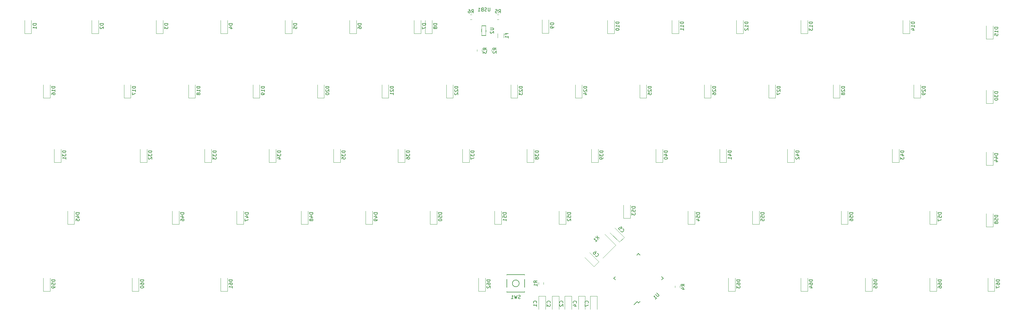
<source format=gbo>
G04 #@! TF.GenerationSoftware,KiCad,Pcbnew,(5.1.5-0-10_14)*
G04 #@! TF.CreationDate,2019-12-30T20:39:33+01:00*
G04 #@! TF.ProjectId,aek67,61656b36-372e-46b6-9963-61645f706362,rev?*
G04 #@! TF.SameCoordinates,Original*
G04 #@! TF.FileFunction,Legend,Bot*
G04 #@! TF.FilePolarity,Positive*
%FSLAX46Y46*%
G04 Gerber Fmt 4.6, Leading zero omitted, Abs format (unit mm)*
G04 Created by KiCad (PCBNEW (5.1.5-0-10_14)) date 2019-12-30 20:39:33*
%MOMM*%
%LPD*%
G04 APERTURE LIST*
%ADD10C,0.120000*%
%ADD11C,0.150000*%
%ADD12C,2.352000*%
%ADD13R,0.702000X2.552000*%
%ADD14R,0.402000X2.552000*%
%ADD15C,0.752000*%
%ADD16C,0.100000*%
%ADD17R,1.102000X1.002000*%
%ADD18R,1.102000X1.302000*%
%ADD19R,1.902000X1.202000*%
%ADD20R,1.302000X1.002000*%
G04 APERTURE END LIST*
D10*
X211750179Y-94931802D02*
X207931802Y-98750179D01*
X208568198Y-91749821D02*
X211750179Y-94931802D01*
D11*
X218093414Y-111661969D02*
X217191852Y-112563530D01*
X225818555Y-104750000D02*
X225341258Y-105227297D01*
X218500000Y-97431445D02*
X218022703Y-97908742D01*
X211181445Y-104750000D02*
X211658742Y-104272703D01*
X218500000Y-112068555D02*
X218977297Y-111591258D01*
X211181445Y-104750000D02*
X211658742Y-105227297D01*
X218500000Y-97431445D02*
X218977297Y-97908742D01*
X225818555Y-104750000D02*
X225341258Y-104272703D01*
X218500000Y-112068555D02*
X218093414Y-111661969D01*
X173450000Y-32950000D02*
X172150000Y-32950000D01*
X173450000Y-30050000D02*
X173450000Y-32950000D01*
X172150000Y-30050000D02*
X173450000Y-30050000D01*
X172150000Y-30050000D02*
X172150000Y-32950000D01*
X184850000Y-103650000D02*
X179650000Y-103650000D01*
X179650000Y-103650000D02*
X179650000Y-108850000D01*
X179650000Y-108850000D02*
X184850000Y-108850000D01*
X184850000Y-108850000D02*
X184850000Y-103650000D01*
X183250000Y-106250000D02*
G75*
G03X183250000Y-106250000I-1000000J0D01*
G01*
D10*
X229290000Y-107511252D02*
X229290000Y-106988748D01*
X230710000Y-107511252D02*
X230710000Y-106988748D01*
X170790000Y-37661252D02*
X170790000Y-37138748D01*
X172210000Y-37661252D02*
X172210000Y-37138748D01*
X173690000Y-37661252D02*
X173690000Y-37138748D01*
X175110000Y-37661252D02*
X175110000Y-37138748D01*
X190460000Y-105988748D02*
X190460000Y-106511252D01*
X189040000Y-105988748D02*
X189040000Y-106511252D01*
X169261252Y-28210000D02*
X168738748Y-28210000D01*
X169261252Y-26790000D02*
X168738748Y-26790000D01*
X177261252Y-28210000D02*
X176738748Y-28210000D01*
X177261252Y-26790000D02*
X176738748Y-26790000D01*
X176890000Y-33602064D02*
X176890000Y-32397936D01*
X178710000Y-33602064D02*
X178710000Y-32397936D01*
X323750000Y-108612500D02*
X323750000Y-104712500D01*
X321750000Y-108612500D02*
X321750000Y-104712500D01*
X323750000Y-108612500D02*
X321750000Y-108612500D01*
X323262500Y-89562500D02*
X323262500Y-85662500D01*
X321262500Y-89562500D02*
X321262500Y-85662500D01*
X323262500Y-89562500D02*
X321262500Y-89562500D01*
X323262500Y-71306250D02*
X323262500Y-67406250D01*
X321262500Y-71306250D02*
X321262500Y-67406250D01*
X323262500Y-71306250D02*
X321262500Y-71306250D01*
X323262500Y-53050000D02*
X323262500Y-49150000D01*
X321262500Y-53050000D02*
X321262500Y-49150000D01*
X323262500Y-53050000D02*
X321262500Y-53050000D01*
X323262500Y-34000000D02*
X323262500Y-30100000D01*
X321262500Y-34000000D02*
X321262500Y-30100000D01*
X323262500Y-34000000D02*
X321262500Y-34000000D01*
X306593750Y-108612500D02*
X306593750Y-104712500D01*
X304593750Y-108612500D02*
X304593750Y-104712500D01*
X306593750Y-108612500D02*
X304593750Y-108612500D01*
X306593750Y-88768750D02*
X306593750Y-84868750D01*
X304593750Y-88768750D02*
X304593750Y-84868750D01*
X306593750Y-88768750D02*
X304593750Y-88768750D01*
X301831250Y-51462500D02*
X301831250Y-47562500D01*
X299831250Y-51462500D02*
X299831250Y-47562500D01*
X301831250Y-51462500D02*
X299831250Y-51462500D01*
X298656250Y-32412500D02*
X298656250Y-28512500D01*
X296656250Y-32412500D02*
X296656250Y-28512500D01*
X298656250Y-32412500D02*
X296656250Y-32412500D01*
X287543750Y-108612500D02*
X287543750Y-104712500D01*
X285543750Y-108612500D02*
X285543750Y-104712500D01*
X287543750Y-108612500D02*
X285543750Y-108612500D01*
X280400000Y-88768750D02*
X280400000Y-84868750D01*
X278400000Y-88768750D02*
X278400000Y-84868750D01*
X280400000Y-88768750D02*
X278400000Y-88768750D01*
X295481250Y-70512500D02*
X295481250Y-66612500D01*
X293481250Y-70512500D02*
X293481250Y-66612500D01*
X295481250Y-70512500D02*
X293481250Y-70512500D01*
X278018750Y-51462500D02*
X278018750Y-47562500D01*
X276018750Y-51462500D02*
X276018750Y-47562500D01*
X278018750Y-51462500D02*
X276018750Y-51462500D01*
X268493750Y-32412500D02*
X268493750Y-28512500D01*
X266493750Y-32412500D02*
X266493750Y-28512500D01*
X268493750Y-32412500D02*
X266493750Y-32412500D01*
X268493750Y-108612500D02*
X268493750Y-104712500D01*
X266493750Y-108612500D02*
X266493750Y-104712500D01*
X268493750Y-108612500D02*
X266493750Y-108612500D01*
X264525000Y-70512500D02*
X264525000Y-66612500D01*
X262525000Y-70512500D02*
X262525000Y-66612500D01*
X264525000Y-70512500D02*
X262525000Y-70512500D01*
X258968750Y-51462500D02*
X258968750Y-47562500D01*
X256968750Y-51462500D02*
X256968750Y-47562500D01*
X258968750Y-51462500D02*
X256968750Y-51462500D01*
X249443750Y-32412500D02*
X249443750Y-28512500D01*
X247443750Y-32412500D02*
X247443750Y-28512500D01*
X249443750Y-32412500D02*
X247443750Y-32412500D01*
X247062500Y-108612500D02*
X247062500Y-104712500D01*
X245062500Y-108612500D02*
X245062500Y-104712500D01*
X247062500Y-108612500D02*
X245062500Y-108612500D01*
X254206250Y-88768750D02*
X254206250Y-84868750D01*
X252206250Y-88768750D02*
X252206250Y-84868750D01*
X254206250Y-88768750D02*
X252206250Y-88768750D01*
X244500000Y-70512500D02*
X244500000Y-66612500D01*
X242500000Y-70512500D02*
X242500000Y-66612500D01*
X244500000Y-70512500D02*
X242500000Y-70512500D01*
X239918750Y-51462500D02*
X239918750Y-47562500D01*
X237918750Y-51462500D02*
X237918750Y-47562500D01*
X239918750Y-51462500D02*
X237918750Y-51462500D01*
X230393750Y-32412500D02*
X230393750Y-28512500D01*
X228393750Y-32412500D02*
X228393750Y-28512500D01*
X230393750Y-32412500D02*
X228393750Y-32412500D01*
X235156250Y-88768750D02*
X235156250Y-84868750D01*
X233156250Y-88768750D02*
X233156250Y-84868750D01*
X235156250Y-88768750D02*
X233156250Y-88768750D01*
X225631250Y-70512500D02*
X225631250Y-66612500D01*
X223631250Y-70512500D02*
X223631250Y-66612500D01*
X225631250Y-70512500D02*
X223631250Y-70512500D01*
X220868750Y-51462500D02*
X220868750Y-47562500D01*
X218868750Y-51462500D02*
X218868750Y-47562500D01*
X220868750Y-51462500D02*
X218868750Y-51462500D01*
X211343750Y-32412500D02*
X211343750Y-28512500D01*
X209343750Y-32412500D02*
X209343750Y-28512500D01*
X211343750Y-32412500D02*
X209343750Y-32412500D01*
X216106250Y-87000000D02*
X216106250Y-83100000D01*
X214106250Y-87000000D02*
X214106250Y-83100000D01*
X216106250Y-87000000D02*
X214106250Y-87000000D01*
X206581250Y-70512500D02*
X206581250Y-66612500D01*
X204581250Y-70512500D02*
X204581250Y-66612500D01*
X206581250Y-70512500D02*
X204581250Y-70512500D01*
X201818750Y-51462500D02*
X201818750Y-47562500D01*
X199818750Y-51462500D02*
X199818750Y-47562500D01*
X201818750Y-51462500D02*
X199818750Y-51462500D01*
X192000000Y-32250000D02*
X192000000Y-28350000D01*
X190000000Y-32250000D02*
X190000000Y-28350000D01*
X192000000Y-32250000D02*
X190000000Y-32250000D01*
X197056250Y-88768750D02*
X197056250Y-84868750D01*
X195056250Y-88768750D02*
X195056250Y-84868750D01*
X197056250Y-88768750D02*
X195056250Y-88768750D01*
X187531250Y-70512500D02*
X187531250Y-66612500D01*
X185531250Y-70512500D02*
X185531250Y-66612500D01*
X187531250Y-70512500D02*
X185531250Y-70512500D01*
X182768750Y-51462500D02*
X182768750Y-47562500D01*
X180768750Y-51462500D02*
X180768750Y-47562500D01*
X182768750Y-51462500D02*
X180768750Y-51462500D01*
X157500000Y-32412500D02*
X157500000Y-28512500D01*
X155500000Y-32412500D02*
X155500000Y-28512500D01*
X157500000Y-32412500D02*
X155500000Y-32412500D01*
X178006250Y-88768750D02*
X178006250Y-84868750D01*
X176006250Y-88768750D02*
X176006250Y-84868750D01*
X178006250Y-88768750D02*
X176006250Y-88768750D01*
X168481250Y-70512500D02*
X168481250Y-66612500D01*
X166481250Y-70512500D02*
X166481250Y-66612500D01*
X168481250Y-70512500D02*
X166481250Y-70512500D01*
X163718750Y-51462500D02*
X163718750Y-47562500D01*
X161718750Y-51462500D02*
X161718750Y-47562500D01*
X163718750Y-51462500D02*
X161718750Y-51462500D01*
X154193750Y-32412500D02*
X154193750Y-28512500D01*
X152193750Y-32412500D02*
X152193750Y-28512500D01*
X154193750Y-32412500D02*
X152193750Y-32412500D01*
X173243750Y-108612500D02*
X173243750Y-104712500D01*
X171243750Y-108612500D02*
X171243750Y-104712500D01*
X173243750Y-108612500D02*
X171243750Y-108612500D01*
X158956250Y-88768750D02*
X158956250Y-84868750D01*
X156956250Y-88768750D02*
X156956250Y-84868750D01*
X158956250Y-88768750D02*
X156956250Y-88768750D01*
X149431250Y-70512500D02*
X149431250Y-66612500D01*
X147431250Y-70512500D02*
X147431250Y-66612500D01*
X149431250Y-70512500D02*
X147431250Y-70512500D01*
X144668750Y-51462500D02*
X144668750Y-47562500D01*
X142668750Y-51462500D02*
X142668750Y-47562500D01*
X144668750Y-51462500D02*
X142668750Y-51462500D01*
X135143750Y-32412500D02*
X135143750Y-28512500D01*
X133143750Y-32412500D02*
X133143750Y-28512500D01*
X135143750Y-32412500D02*
X133143750Y-32412500D01*
X139906250Y-88768750D02*
X139906250Y-84868750D01*
X137906250Y-88768750D02*
X137906250Y-84868750D01*
X139906250Y-88768750D02*
X137906250Y-88768750D01*
X130381250Y-70512500D02*
X130381250Y-66612500D01*
X128381250Y-70512500D02*
X128381250Y-66612500D01*
X130381250Y-70512500D02*
X128381250Y-70512500D01*
X125618750Y-51462500D02*
X125618750Y-47562500D01*
X123618750Y-51462500D02*
X123618750Y-47562500D01*
X125618750Y-51462500D02*
X123618750Y-51462500D01*
X116093750Y-32412500D02*
X116093750Y-28512500D01*
X114093750Y-32412500D02*
X114093750Y-28512500D01*
X116093750Y-32412500D02*
X114093750Y-32412500D01*
X120856250Y-88768750D02*
X120856250Y-84868750D01*
X118856250Y-88768750D02*
X118856250Y-84868750D01*
X120856250Y-88768750D02*
X118856250Y-88768750D01*
X111331250Y-70512500D02*
X111331250Y-66612500D01*
X109331250Y-70512500D02*
X109331250Y-66612500D01*
X111331250Y-70512500D02*
X109331250Y-70512500D01*
X106568750Y-51462500D02*
X106568750Y-47562500D01*
X104568750Y-51462500D02*
X104568750Y-47562500D01*
X106568750Y-51462500D02*
X104568750Y-51462500D01*
X97043750Y-32412500D02*
X97043750Y-28512500D01*
X95043750Y-32412500D02*
X95043750Y-28512500D01*
X97043750Y-32412500D02*
X95043750Y-32412500D01*
X97043750Y-108612500D02*
X97043750Y-104712500D01*
X95043750Y-108612500D02*
X95043750Y-104712500D01*
X97043750Y-108612500D02*
X95043750Y-108612500D01*
X101806250Y-88768750D02*
X101806250Y-84868750D01*
X99806250Y-88768750D02*
X99806250Y-84868750D01*
X101806250Y-88768750D02*
X99806250Y-88768750D01*
X92281250Y-70512500D02*
X92281250Y-66612500D01*
X90281250Y-70512500D02*
X90281250Y-66612500D01*
X92281250Y-70512500D02*
X90281250Y-70512500D01*
X87518750Y-51462500D02*
X87518750Y-47562500D01*
X85518750Y-51462500D02*
X85518750Y-47562500D01*
X87518750Y-51462500D02*
X85518750Y-51462500D01*
X77993750Y-32412500D02*
X77993750Y-28512500D01*
X75993750Y-32412500D02*
X75993750Y-28512500D01*
X77993750Y-32412500D02*
X75993750Y-32412500D01*
X70850000Y-108612500D02*
X70850000Y-104712500D01*
X68850000Y-108612500D02*
X68850000Y-104712500D01*
X70850000Y-108612500D02*
X68850000Y-108612500D01*
X82756250Y-88768750D02*
X82756250Y-84868750D01*
X80756250Y-88768750D02*
X80756250Y-84868750D01*
X82756250Y-88768750D02*
X80756250Y-88768750D01*
X73231250Y-70512500D02*
X73231250Y-66612500D01*
X71231250Y-70512500D02*
X71231250Y-66612500D01*
X73231250Y-70512500D02*
X71231250Y-70512500D01*
X68468750Y-51462500D02*
X68468750Y-47562500D01*
X66468750Y-51462500D02*
X66468750Y-47562500D01*
X68468750Y-51462500D02*
X66468750Y-51462500D01*
X58943750Y-32412500D02*
X58943750Y-28512500D01*
X56943750Y-32412500D02*
X56943750Y-28512500D01*
X58943750Y-32412500D02*
X56943750Y-32412500D01*
X44656250Y-108612500D02*
X44656250Y-104712500D01*
X42656250Y-108612500D02*
X42656250Y-104712500D01*
X44656250Y-108612500D02*
X42656250Y-108612500D01*
X51800000Y-88768750D02*
X51800000Y-84868750D01*
X49800000Y-88768750D02*
X49800000Y-84868750D01*
X51800000Y-88768750D02*
X49800000Y-88768750D01*
X47831250Y-70512500D02*
X47831250Y-66612500D01*
X45831250Y-70512500D02*
X45831250Y-66612500D01*
X47831250Y-70512500D02*
X45831250Y-70512500D01*
X44656250Y-51462500D02*
X44656250Y-47562500D01*
X42656250Y-51462500D02*
X42656250Y-47562500D01*
X44656250Y-51462500D02*
X42656250Y-51462500D01*
X39100000Y-32412500D02*
X39100000Y-28512500D01*
X37100000Y-32412500D02*
X37100000Y-28512500D01*
X39100000Y-32412500D02*
X37100000Y-32412500D01*
X204250000Y-110000000D02*
X204250000Y-113900000D01*
X206250000Y-110000000D02*
X206250000Y-113900000D01*
X204250000Y-110000000D02*
X206250000Y-110000000D01*
X206798097Y-99883883D02*
X204040381Y-97126167D01*
X205383883Y-101298097D02*
X202626167Y-98540381D01*
X206798097Y-99883883D02*
X205383883Y-101298097D01*
X214298097Y-92633883D02*
X211540381Y-89876167D01*
X212883883Y-94048097D02*
X210126167Y-91290381D01*
X214298097Y-92633883D02*
X212883883Y-94048097D01*
X200750000Y-110000000D02*
X200750000Y-113900000D01*
X202750000Y-110000000D02*
X202750000Y-113900000D01*
X200750000Y-110000000D02*
X202750000Y-110000000D01*
X193000000Y-110000000D02*
X193000000Y-113900000D01*
X195000000Y-110000000D02*
X195000000Y-113900000D01*
X193000000Y-110000000D02*
X195000000Y-110000000D01*
X196750000Y-110000000D02*
X196750000Y-113900000D01*
X198750000Y-110000000D02*
X198750000Y-113900000D01*
X196750000Y-110000000D02*
X198750000Y-110000000D01*
X189000000Y-110000000D02*
X189000000Y-113900000D01*
X191000000Y-110000000D02*
X191000000Y-113900000D01*
X189000000Y-110000000D02*
X191000000Y-110000000D01*
D11*
X174638095Y-24752380D02*
X174638095Y-25561904D01*
X174590476Y-25657142D01*
X174542857Y-25704761D01*
X174447619Y-25752380D01*
X174257142Y-25752380D01*
X174161904Y-25704761D01*
X174114285Y-25657142D01*
X174066666Y-25561904D01*
X174066666Y-24752380D01*
X173638095Y-25704761D02*
X173495238Y-25752380D01*
X173257142Y-25752380D01*
X173161904Y-25704761D01*
X173114285Y-25657142D01*
X173066666Y-25561904D01*
X173066666Y-25466666D01*
X173114285Y-25371428D01*
X173161904Y-25323809D01*
X173257142Y-25276190D01*
X173447619Y-25228571D01*
X173542857Y-25180952D01*
X173590476Y-25133333D01*
X173638095Y-25038095D01*
X173638095Y-24942857D01*
X173590476Y-24847619D01*
X173542857Y-24800000D01*
X173447619Y-24752380D01*
X173209523Y-24752380D01*
X173066666Y-24800000D01*
X172304761Y-25228571D02*
X172161904Y-25276190D01*
X172114285Y-25323809D01*
X172066666Y-25419047D01*
X172066666Y-25561904D01*
X172114285Y-25657142D01*
X172161904Y-25704761D01*
X172257142Y-25752380D01*
X172638095Y-25752380D01*
X172638095Y-24752380D01*
X172304761Y-24752380D01*
X172209523Y-24800000D01*
X172161904Y-24847619D01*
X172114285Y-24942857D01*
X172114285Y-25038095D01*
X172161904Y-25133333D01*
X172209523Y-25180952D01*
X172304761Y-25228571D01*
X172638095Y-25228571D01*
X171114285Y-25752380D02*
X171685714Y-25752380D01*
X171400000Y-25752380D02*
X171400000Y-24752380D01*
X171495238Y-24895238D01*
X171590476Y-24990476D01*
X171685714Y-25038095D01*
X206278518Y-92133679D02*
X206514220Y-93312190D01*
X205807114Y-92605083D02*
X206985625Y-92840785D01*
X205874457Y-93951953D02*
X206278518Y-93547892D01*
X206076488Y-93749923D02*
X205369381Y-93042816D01*
X205537740Y-93076488D01*
X205672427Y-93076488D01*
X205773442Y-93042816D01*
X223919468Y-109091972D02*
X224491888Y-109664392D01*
X224525560Y-109765407D01*
X224525560Y-109832751D01*
X224491888Y-109933766D01*
X224357201Y-110068453D01*
X224256186Y-110102125D01*
X224188842Y-110102125D01*
X224087827Y-110068453D01*
X223515407Y-109496033D01*
X223515407Y-110910247D02*
X223919468Y-110506186D01*
X223717438Y-110708216D02*
X223010331Y-110001110D01*
X223178690Y-110034781D01*
X223313377Y-110034781D01*
X223414392Y-110001110D01*
X174702380Y-30738095D02*
X175511904Y-30738095D01*
X175607142Y-30785714D01*
X175654761Y-30833333D01*
X175702380Y-30928571D01*
X175702380Y-31119047D01*
X175654761Y-31214285D01*
X175607142Y-31261904D01*
X175511904Y-31309523D01*
X174702380Y-31309523D01*
X174797619Y-31738095D02*
X174750000Y-31785714D01*
X174702380Y-31880952D01*
X174702380Y-32119047D01*
X174750000Y-32214285D01*
X174797619Y-32261904D01*
X174892857Y-32309523D01*
X174988095Y-32309523D01*
X175130952Y-32261904D01*
X175702380Y-31690476D01*
X175702380Y-32309523D01*
X183583333Y-110718761D02*
X183440476Y-110766380D01*
X183202380Y-110766380D01*
X183107142Y-110718761D01*
X183059523Y-110671142D01*
X183011904Y-110575904D01*
X183011904Y-110480666D01*
X183059523Y-110385428D01*
X183107142Y-110337809D01*
X183202380Y-110290190D01*
X183392857Y-110242571D01*
X183488095Y-110194952D01*
X183535714Y-110147333D01*
X183583333Y-110052095D01*
X183583333Y-109956857D01*
X183535714Y-109861619D01*
X183488095Y-109814000D01*
X183392857Y-109766380D01*
X183154761Y-109766380D01*
X183011904Y-109814000D01*
X182678571Y-109766380D02*
X182440476Y-110766380D01*
X182250000Y-110052095D01*
X182059523Y-110766380D01*
X181821428Y-109766380D01*
X180916666Y-110766380D02*
X181488095Y-110766380D01*
X181202380Y-110766380D02*
X181202380Y-109766380D01*
X181297619Y-109909238D01*
X181392857Y-110004476D01*
X181488095Y-110052095D01*
X232102380Y-107083333D02*
X231626190Y-106750000D01*
X232102380Y-106511904D02*
X231102380Y-106511904D01*
X231102380Y-106892857D01*
X231150000Y-106988095D01*
X231197619Y-107035714D01*
X231292857Y-107083333D01*
X231435714Y-107083333D01*
X231530952Y-107035714D01*
X231578571Y-106988095D01*
X231626190Y-106892857D01*
X231626190Y-106511904D01*
X231435714Y-107940476D02*
X232102380Y-107940476D01*
X231054761Y-107702380D02*
X231769047Y-107464285D01*
X231769047Y-108083333D01*
X173602380Y-37233333D02*
X173126190Y-36900000D01*
X173602380Y-36661904D02*
X172602380Y-36661904D01*
X172602380Y-37042857D01*
X172650000Y-37138095D01*
X172697619Y-37185714D01*
X172792857Y-37233333D01*
X172935714Y-37233333D01*
X173030952Y-37185714D01*
X173078571Y-37138095D01*
X173126190Y-37042857D01*
X173126190Y-36661904D01*
X172602380Y-37566666D02*
X172602380Y-38185714D01*
X172983333Y-37852380D01*
X172983333Y-37995238D01*
X173030952Y-38090476D01*
X173078571Y-38138095D01*
X173173809Y-38185714D01*
X173411904Y-38185714D01*
X173507142Y-38138095D01*
X173554761Y-38090476D01*
X173602380Y-37995238D01*
X173602380Y-37709523D01*
X173554761Y-37614285D01*
X173507142Y-37566666D01*
X176502380Y-37233333D02*
X176026190Y-36900000D01*
X176502380Y-36661904D02*
X175502380Y-36661904D01*
X175502380Y-37042857D01*
X175550000Y-37138095D01*
X175597619Y-37185714D01*
X175692857Y-37233333D01*
X175835714Y-37233333D01*
X175930952Y-37185714D01*
X175978571Y-37138095D01*
X176026190Y-37042857D01*
X176026190Y-36661904D01*
X175597619Y-37614285D02*
X175550000Y-37661904D01*
X175502380Y-37757142D01*
X175502380Y-37995238D01*
X175550000Y-38090476D01*
X175597619Y-38138095D01*
X175692857Y-38185714D01*
X175788095Y-38185714D01*
X175930952Y-38138095D01*
X176502380Y-37566666D01*
X176502380Y-38185714D01*
X188552380Y-106083333D02*
X188076190Y-105750000D01*
X188552380Y-105511904D02*
X187552380Y-105511904D01*
X187552380Y-105892857D01*
X187600000Y-105988095D01*
X187647619Y-106035714D01*
X187742857Y-106083333D01*
X187885714Y-106083333D01*
X187980952Y-106035714D01*
X188028571Y-105988095D01*
X188076190Y-105892857D01*
X188076190Y-105511904D01*
X188552380Y-107035714D02*
X188552380Y-106464285D01*
X188552380Y-106750000D02*
X187552380Y-106750000D01*
X187695238Y-106654761D01*
X187790476Y-106559523D01*
X187838095Y-106464285D01*
X169166666Y-26302380D02*
X169500000Y-25826190D01*
X169738095Y-26302380D02*
X169738095Y-25302380D01*
X169357142Y-25302380D01*
X169261904Y-25350000D01*
X169214285Y-25397619D01*
X169166666Y-25492857D01*
X169166666Y-25635714D01*
X169214285Y-25730952D01*
X169261904Y-25778571D01*
X169357142Y-25826190D01*
X169738095Y-25826190D01*
X168309523Y-25302380D02*
X168500000Y-25302380D01*
X168595238Y-25350000D01*
X168642857Y-25397619D01*
X168738095Y-25540476D01*
X168785714Y-25730952D01*
X168785714Y-26111904D01*
X168738095Y-26207142D01*
X168690476Y-26254761D01*
X168595238Y-26302380D01*
X168404761Y-26302380D01*
X168309523Y-26254761D01*
X168261904Y-26207142D01*
X168214285Y-26111904D01*
X168214285Y-25873809D01*
X168261904Y-25778571D01*
X168309523Y-25730952D01*
X168404761Y-25683333D01*
X168595238Y-25683333D01*
X168690476Y-25730952D01*
X168738095Y-25778571D01*
X168785714Y-25873809D01*
X177166666Y-26302380D02*
X177500000Y-25826190D01*
X177738095Y-26302380D02*
X177738095Y-25302380D01*
X177357142Y-25302380D01*
X177261904Y-25350000D01*
X177214285Y-25397619D01*
X177166666Y-25492857D01*
X177166666Y-25635714D01*
X177214285Y-25730952D01*
X177261904Y-25778571D01*
X177357142Y-25826190D01*
X177738095Y-25826190D01*
X176261904Y-25302380D02*
X176738095Y-25302380D01*
X176785714Y-25778571D01*
X176738095Y-25730952D01*
X176642857Y-25683333D01*
X176404761Y-25683333D01*
X176309523Y-25730952D01*
X176261904Y-25778571D01*
X176214285Y-25873809D01*
X176214285Y-26111904D01*
X176261904Y-26207142D01*
X176309523Y-26254761D01*
X176404761Y-26302380D01*
X176642857Y-26302380D01*
X176738095Y-26254761D01*
X176785714Y-26207142D01*
X179548571Y-32666666D02*
X179548571Y-32333333D01*
X180072380Y-32333333D02*
X179072380Y-32333333D01*
X179072380Y-32809523D01*
X180072380Y-33714285D02*
X180072380Y-33142857D01*
X180072380Y-33428571D02*
X179072380Y-33428571D01*
X179215238Y-33333333D01*
X179310476Y-33238095D01*
X179358095Y-33142857D01*
X325202380Y-105148214D02*
X324202380Y-105148214D01*
X324202380Y-105386309D01*
X324250000Y-105529166D01*
X324345238Y-105624404D01*
X324440476Y-105672023D01*
X324630952Y-105719642D01*
X324773809Y-105719642D01*
X324964285Y-105672023D01*
X325059523Y-105624404D01*
X325154761Y-105529166D01*
X325202380Y-105386309D01*
X325202380Y-105148214D01*
X324202380Y-106576785D02*
X324202380Y-106386309D01*
X324250000Y-106291071D01*
X324297619Y-106243452D01*
X324440476Y-106148214D01*
X324630952Y-106100595D01*
X325011904Y-106100595D01*
X325107142Y-106148214D01*
X325154761Y-106195833D01*
X325202380Y-106291071D01*
X325202380Y-106481547D01*
X325154761Y-106576785D01*
X325107142Y-106624404D01*
X325011904Y-106672023D01*
X324773809Y-106672023D01*
X324678571Y-106624404D01*
X324630952Y-106576785D01*
X324583333Y-106481547D01*
X324583333Y-106291071D01*
X324630952Y-106195833D01*
X324678571Y-106148214D01*
X324773809Y-106100595D01*
X324202380Y-107005357D02*
X324202380Y-107672023D01*
X325202380Y-107243452D01*
X324714880Y-86098214D02*
X323714880Y-86098214D01*
X323714880Y-86336309D01*
X323762500Y-86479166D01*
X323857738Y-86574404D01*
X323952976Y-86622023D01*
X324143452Y-86669642D01*
X324286309Y-86669642D01*
X324476785Y-86622023D01*
X324572023Y-86574404D01*
X324667261Y-86479166D01*
X324714880Y-86336309D01*
X324714880Y-86098214D01*
X323714880Y-87574404D02*
X323714880Y-87098214D01*
X324191071Y-87050595D01*
X324143452Y-87098214D01*
X324095833Y-87193452D01*
X324095833Y-87431547D01*
X324143452Y-87526785D01*
X324191071Y-87574404D01*
X324286309Y-87622023D01*
X324524404Y-87622023D01*
X324619642Y-87574404D01*
X324667261Y-87526785D01*
X324714880Y-87431547D01*
X324714880Y-87193452D01*
X324667261Y-87098214D01*
X324619642Y-87050595D01*
X324143452Y-88193452D02*
X324095833Y-88098214D01*
X324048214Y-88050595D01*
X323952976Y-88002976D01*
X323905357Y-88002976D01*
X323810119Y-88050595D01*
X323762500Y-88098214D01*
X323714880Y-88193452D01*
X323714880Y-88383928D01*
X323762500Y-88479166D01*
X323810119Y-88526785D01*
X323905357Y-88574404D01*
X323952976Y-88574404D01*
X324048214Y-88526785D01*
X324095833Y-88479166D01*
X324143452Y-88383928D01*
X324143452Y-88193452D01*
X324191071Y-88098214D01*
X324238690Y-88050595D01*
X324333928Y-88002976D01*
X324524404Y-88002976D01*
X324619642Y-88050595D01*
X324667261Y-88098214D01*
X324714880Y-88193452D01*
X324714880Y-88383928D01*
X324667261Y-88479166D01*
X324619642Y-88526785D01*
X324524404Y-88574404D01*
X324333928Y-88574404D01*
X324238690Y-88526785D01*
X324191071Y-88479166D01*
X324143452Y-88383928D01*
X324714880Y-67841964D02*
X323714880Y-67841964D01*
X323714880Y-68080059D01*
X323762500Y-68222916D01*
X323857738Y-68318154D01*
X323952976Y-68365773D01*
X324143452Y-68413392D01*
X324286309Y-68413392D01*
X324476785Y-68365773D01*
X324572023Y-68318154D01*
X324667261Y-68222916D01*
X324714880Y-68080059D01*
X324714880Y-67841964D01*
X324048214Y-69270535D02*
X324714880Y-69270535D01*
X323667261Y-69032440D02*
X324381547Y-68794345D01*
X324381547Y-69413392D01*
X324048214Y-70222916D02*
X324714880Y-70222916D01*
X323667261Y-69984821D02*
X324381547Y-69746726D01*
X324381547Y-70365773D01*
X324714880Y-49585714D02*
X323714880Y-49585714D01*
X323714880Y-49823809D01*
X323762500Y-49966666D01*
X323857738Y-50061904D01*
X323952976Y-50109523D01*
X324143452Y-50157142D01*
X324286309Y-50157142D01*
X324476785Y-50109523D01*
X324572023Y-50061904D01*
X324667261Y-49966666D01*
X324714880Y-49823809D01*
X324714880Y-49585714D01*
X323714880Y-50490476D02*
X323714880Y-51109523D01*
X324095833Y-50776190D01*
X324095833Y-50919047D01*
X324143452Y-51014285D01*
X324191071Y-51061904D01*
X324286309Y-51109523D01*
X324524404Y-51109523D01*
X324619642Y-51061904D01*
X324667261Y-51014285D01*
X324714880Y-50919047D01*
X324714880Y-50633333D01*
X324667261Y-50538095D01*
X324619642Y-50490476D01*
X323714880Y-51728571D02*
X323714880Y-51823809D01*
X323762500Y-51919047D01*
X323810119Y-51966666D01*
X323905357Y-52014285D01*
X324095833Y-52061904D01*
X324333928Y-52061904D01*
X324524404Y-52014285D01*
X324619642Y-51966666D01*
X324667261Y-51919047D01*
X324714880Y-51823809D01*
X324714880Y-51728571D01*
X324667261Y-51633333D01*
X324619642Y-51585714D01*
X324524404Y-51538095D01*
X324333928Y-51490476D01*
X324095833Y-51490476D01*
X323905357Y-51538095D01*
X323810119Y-51585714D01*
X323762500Y-51633333D01*
X323714880Y-51728571D01*
X324714880Y-30535714D02*
X323714880Y-30535714D01*
X323714880Y-30773809D01*
X323762500Y-30916666D01*
X323857738Y-31011904D01*
X323952976Y-31059523D01*
X324143452Y-31107142D01*
X324286309Y-31107142D01*
X324476785Y-31059523D01*
X324572023Y-31011904D01*
X324667261Y-30916666D01*
X324714880Y-30773809D01*
X324714880Y-30535714D01*
X324714880Y-32059523D02*
X324714880Y-31488095D01*
X324714880Y-31773809D02*
X323714880Y-31773809D01*
X323857738Y-31678571D01*
X323952976Y-31583333D01*
X324000595Y-31488095D01*
X323714880Y-32964285D02*
X323714880Y-32488095D01*
X324191071Y-32440476D01*
X324143452Y-32488095D01*
X324095833Y-32583333D01*
X324095833Y-32821428D01*
X324143452Y-32916666D01*
X324191071Y-32964285D01*
X324286309Y-33011904D01*
X324524404Y-33011904D01*
X324619642Y-32964285D01*
X324667261Y-32916666D01*
X324714880Y-32821428D01*
X324714880Y-32583333D01*
X324667261Y-32488095D01*
X324619642Y-32440476D01*
X308046130Y-105148214D02*
X307046130Y-105148214D01*
X307046130Y-105386309D01*
X307093750Y-105529166D01*
X307188988Y-105624404D01*
X307284226Y-105672023D01*
X307474702Y-105719642D01*
X307617559Y-105719642D01*
X307808035Y-105672023D01*
X307903273Y-105624404D01*
X307998511Y-105529166D01*
X308046130Y-105386309D01*
X308046130Y-105148214D01*
X307046130Y-106576785D02*
X307046130Y-106386309D01*
X307093750Y-106291071D01*
X307141369Y-106243452D01*
X307284226Y-106148214D01*
X307474702Y-106100595D01*
X307855654Y-106100595D01*
X307950892Y-106148214D01*
X307998511Y-106195833D01*
X308046130Y-106291071D01*
X308046130Y-106481547D01*
X307998511Y-106576785D01*
X307950892Y-106624404D01*
X307855654Y-106672023D01*
X307617559Y-106672023D01*
X307522321Y-106624404D01*
X307474702Y-106576785D01*
X307427083Y-106481547D01*
X307427083Y-106291071D01*
X307474702Y-106195833D01*
X307522321Y-106148214D01*
X307617559Y-106100595D01*
X307046130Y-107529166D02*
X307046130Y-107338690D01*
X307093750Y-107243452D01*
X307141369Y-107195833D01*
X307284226Y-107100595D01*
X307474702Y-107052976D01*
X307855654Y-107052976D01*
X307950892Y-107100595D01*
X307998511Y-107148214D01*
X308046130Y-107243452D01*
X308046130Y-107433928D01*
X307998511Y-107529166D01*
X307950892Y-107576785D01*
X307855654Y-107624404D01*
X307617559Y-107624404D01*
X307522321Y-107576785D01*
X307474702Y-107529166D01*
X307427083Y-107433928D01*
X307427083Y-107243452D01*
X307474702Y-107148214D01*
X307522321Y-107100595D01*
X307617559Y-107052976D01*
X308046130Y-85304464D02*
X307046130Y-85304464D01*
X307046130Y-85542559D01*
X307093750Y-85685416D01*
X307188988Y-85780654D01*
X307284226Y-85828273D01*
X307474702Y-85875892D01*
X307617559Y-85875892D01*
X307808035Y-85828273D01*
X307903273Y-85780654D01*
X307998511Y-85685416D01*
X308046130Y-85542559D01*
X308046130Y-85304464D01*
X307046130Y-86780654D02*
X307046130Y-86304464D01*
X307522321Y-86256845D01*
X307474702Y-86304464D01*
X307427083Y-86399702D01*
X307427083Y-86637797D01*
X307474702Y-86733035D01*
X307522321Y-86780654D01*
X307617559Y-86828273D01*
X307855654Y-86828273D01*
X307950892Y-86780654D01*
X307998511Y-86733035D01*
X308046130Y-86637797D01*
X308046130Y-86399702D01*
X307998511Y-86304464D01*
X307950892Y-86256845D01*
X307046130Y-87161607D02*
X307046130Y-87828273D01*
X308046130Y-87399702D01*
X303283630Y-47998214D02*
X302283630Y-47998214D01*
X302283630Y-48236309D01*
X302331250Y-48379166D01*
X302426488Y-48474404D01*
X302521726Y-48522023D01*
X302712202Y-48569642D01*
X302855059Y-48569642D01*
X303045535Y-48522023D01*
X303140773Y-48474404D01*
X303236011Y-48379166D01*
X303283630Y-48236309D01*
X303283630Y-47998214D01*
X302378869Y-48950595D02*
X302331250Y-48998214D01*
X302283630Y-49093452D01*
X302283630Y-49331547D01*
X302331250Y-49426785D01*
X302378869Y-49474404D01*
X302474107Y-49522023D01*
X302569345Y-49522023D01*
X302712202Y-49474404D01*
X303283630Y-48902976D01*
X303283630Y-49522023D01*
X303283630Y-49998214D02*
X303283630Y-50188690D01*
X303236011Y-50283928D01*
X303188392Y-50331547D01*
X303045535Y-50426785D01*
X302855059Y-50474404D01*
X302474107Y-50474404D01*
X302378869Y-50426785D01*
X302331250Y-50379166D01*
X302283630Y-50283928D01*
X302283630Y-50093452D01*
X302331250Y-49998214D01*
X302378869Y-49950595D01*
X302474107Y-49902976D01*
X302712202Y-49902976D01*
X302807440Y-49950595D01*
X302855059Y-49998214D01*
X302902678Y-50093452D01*
X302902678Y-50283928D01*
X302855059Y-50379166D01*
X302807440Y-50426785D01*
X302712202Y-50474404D01*
X300108630Y-28948214D02*
X299108630Y-28948214D01*
X299108630Y-29186309D01*
X299156250Y-29329166D01*
X299251488Y-29424404D01*
X299346726Y-29472023D01*
X299537202Y-29519642D01*
X299680059Y-29519642D01*
X299870535Y-29472023D01*
X299965773Y-29424404D01*
X300061011Y-29329166D01*
X300108630Y-29186309D01*
X300108630Y-28948214D01*
X300108630Y-30472023D02*
X300108630Y-29900595D01*
X300108630Y-30186309D02*
X299108630Y-30186309D01*
X299251488Y-30091071D01*
X299346726Y-29995833D01*
X299394345Y-29900595D01*
X299441964Y-31329166D02*
X300108630Y-31329166D01*
X299061011Y-31091071D02*
X299775297Y-30852976D01*
X299775297Y-31472023D01*
X288996130Y-105148214D02*
X287996130Y-105148214D01*
X287996130Y-105386309D01*
X288043750Y-105529166D01*
X288138988Y-105624404D01*
X288234226Y-105672023D01*
X288424702Y-105719642D01*
X288567559Y-105719642D01*
X288758035Y-105672023D01*
X288853273Y-105624404D01*
X288948511Y-105529166D01*
X288996130Y-105386309D01*
X288996130Y-105148214D01*
X287996130Y-106576785D02*
X287996130Y-106386309D01*
X288043750Y-106291071D01*
X288091369Y-106243452D01*
X288234226Y-106148214D01*
X288424702Y-106100595D01*
X288805654Y-106100595D01*
X288900892Y-106148214D01*
X288948511Y-106195833D01*
X288996130Y-106291071D01*
X288996130Y-106481547D01*
X288948511Y-106576785D01*
X288900892Y-106624404D01*
X288805654Y-106672023D01*
X288567559Y-106672023D01*
X288472321Y-106624404D01*
X288424702Y-106576785D01*
X288377083Y-106481547D01*
X288377083Y-106291071D01*
X288424702Y-106195833D01*
X288472321Y-106148214D01*
X288567559Y-106100595D01*
X287996130Y-107576785D02*
X287996130Y-107100595D01*
X288472321Y-107052976D01*
X288424702Y-107100595D01*
X288377083Y-107195833D01*
X288377083Y-107433928D01*
X288424702Y-107529166D01*
X288472321Y-107576785D01*
X288567559Y-107624404D01*
X288805654Y-107624404D01*
X288900892Y-107576785D01*
X288948511Y-107529166D01*
X288996130Y-107433928D01*
X288996130Y-107195833D01*
X288948511Y-107100595D01*
X288900892Y-107052976D01*
X281852380Y-85304464D02*
X280852380Y-85304464D01*
X280852380Y-85542559D01*
X280900000Y-85685416D01*
X280995238Y-85780654D01*
X281090476Y-85828273D01*
X281280952Y-85875892D01*
X281423809Y-85875892D01*
X281614285Y-85828273D01*
X281709523Y-85780654D01*
X281804761Y-85685416D01*
X281852380Y-85542559D01*
X281852380Y-85304464D01*
X280852380Y-86780654D02*
X280852380Y-86304464D01*
X281328571Y-86256845D01*
X281280952Y-86304464D01*
X281233333Y-86399702D01*
X281233333Y-86637797D01*
X281280952Y-86733035D01*
X281328571Y-86780654D01*
X281423809Y-86828273D01*
X281661904Y-86828273D01*
X281757142Y-86780654D01*
X281804761Y-86733035D01*
X281852380Y-86637797D01*
X281852380Y-86399702D01*
X281804761Y-86304464D01*
X281757142Y-86256845D01*
X280852380Y-87685416D02*
X280852380Y-87494940D01*
X280900000Y-87399702D01*
X280947619Y-87352083D01*
X281090476Y-87256845D01*
X281280952Y-87209226D01*
X281661904Y-87209226D01*
X281757142Y-87256845D01*
X281804761Y-87304464D01*
X281852380Y-87399702D01*
X281852380Y-87590178D01*
X281804761Y-87685416D01*
X281757142Y-87733035D01*
X281661904Y-87780654D01*
X281423809Y-87780654D01*
X281328571Y-87733035D01*
X281280952Y-87685416D01*
X281233333Y-87590178D01*
X281233333Y-87399702D01*
X281280952Y-87304464D01*
X281328571Y-87256845D01*
X281423809Y-87209226D01*
X296933630Y-67048214D02*
X295933630Y-67048214D01*
X295933630Y-67286309D01*
X295981250Y-67429166D01*
X296076488Y-67524404D01*
X296171726Y-67572023D01*
X296362202Y-67619642D01*
X296505059Y-67619642D01*
X296695535Y-67572023D01*
X296790773Y-67524404D01*
X296886011Y-67429166D01*
X296933630Y-67286309D01*
X296933630Y-67048214D01*
X296266964Y-68476785D02*
X296933630Y-68476785D01*
X295886011Y-68238690D02*
X296600297Y-68000595D01*
X296600297Y-68619642D01*
X295933630Y-68905357D02*
X295933630Y-69524404D01*
X296314583Y-69191071D01*
X296314583Y-69333928D01*
X296362202Y-69429166D01*
X296409821Y-69476785D01*
X296505059Y-69524404D01*
X296743154Y-69524404D01*
X296838392Y-69476785D01*
X296886011Y-69429166D01*
X296933630Y-69333928D01*
X296933630Y-69048214D01*
X296886011Y-68952976D01*
X296838392Y-68905357D01*
X279471130Y-47998214D02*
X278471130Y-47998214D01*
X278471130Y-48236309D01*
X278518750Y-48379166D01*
X278613988Y-48474404D01*
X278709226Y-48522023D01*
X278899702Y-48569642D01*
X279042559Y-48569642D01*
X279233035Y-48522023D01*
X279328273Y-48474404D01*
X279423511Y-48379166D01*
X279471130Y-48236309D01*
X279471130Y-47998214D01*
X278566369Y-48950595D02*
X278518750Y-48998214D01*
X278471130Y-49093452D01*
X278471130Y-49331547D01*
X278518750Y-49426785D01*
X278566369Y-49474404D01*
X278661607Y-49522023D01*
X278756845Y-49522023D01*
X278899702Y-49474404D01*
X279471130Y-48902976D01*
X279471130Y-49522023D01*
X278899702Y-50093452D02*
X278852083Y-49998214D01*
X278804464Y-49950595D01*
X278709226Y-49902976D01*
X278661607Y-49902976D01*
X278566369Y-49950595D01*
X278518750Y-49998214D01*
X278471130Y-50093452D01*
X278471130Y-50283928D01*
X278518750Y-50379166D01*
X278566369Y-50426785D01*
X278661607Y-50474404D01*
X278709226Y-50474404D01*
X278804464Y-50426785D01*
X278852083Y-50379166D01*
X278899702Y-50283928D01*
X278899702Y-50093452D01*
X278947321Y-49998214D01*
X278994940Y-49950595D01*
X279090178Y-49902976D01*
X279280654Y-49902976D01*
X279375892Y-49950595D01*
X279423511Y-49998214D01*
X279471130Y-50093452D01*
X279471130Y-50283928D01*
X279423511Y-50379166D01*
X279375892Y-50426785D01*
X279280654Y-50474404D01*
X279090178Y-50474404D01*
X278994940Y-50426785D01*
X278947321Y-50379166D01*
X278899702Y-50283928D01*
X269946130Y-28948214D02*
X268946130Y-28948214D01*
X268946130Y-29186309D01*
X268993750Y-29329166D01*
X269088988Y-29424404D01*
X269184226Y-29472023D01*
X269374702Y-29519642D01*
X269517559Y-29519642D01*
X269708035Y-29472023D01*
X269803273Y-29424404D01*
X269898511Y-29329166D01*
X269946130Y-29186309D01*
X269946130Y-28948214D01*
X269946130Y-30472023D02*
X269946130Y-29900595D01*
X269946130Y-30186309D02*
X268946130Y-30186309D01*
X269088988Y-30091071D01*
X269184226Y-29995833D01*
X269231845Y-29900595D01*
X268946130Y-30805357D02*
X268946130Y-31424404D01*
X269327083Y-31091071D01*
X269327083Y-31233928D01*
X269374702Y-31329166D01*
X269422321Y-31376785D01*
X269517559Y-31424404D01*
X269755654Y-31424404D01*
X269850892Y-31376785D01*
X269898511Y-31329166D01*
X269946130Y-31233928D01*
X269946130Y-30948214D01*
X269898511Y-30852976D01*
X269850892Y-30805357D01*
X269946130Y-105148214D02*
X268946130Y-105148214D01*
X268946130Y-105386309D01*
X268993750Y-105529166D01*
X269088988Y-105624404D01*
X269184226Y-105672023D01*
X269374702Y-105719642D01*
X269517559Y-105719642D01*
X269708035Y-105672023D01*
X269803273Y-105624404D01*
X269898511Y-105529166D01*
X269946130Y-105386309D01*
X269946130Y-105148214D01*
X268946130Y-106576785D02*
X268946130Y-106386309D01*
X268993750Y-106291071D01*
X269041369Y-106243452D01*
X269184226Y-106148214D01*
X269374702Y-106100595D01*
X269755654Y-106100595D01*
X269850892Y-106148214D01*
X269898511Y-106195833D01*
X269946130Y-106291071D01*
X269946130Y-106481547D01*
X269898511Y-106576785D01*
X269850892Y-106624404D01*
X269755654Y-106672023D01*
X269517559Y-106672023D01*
X269422321Y-106624404D01*
X269374702Y-106576785D01*
X269327083Y-106481547D01*
X269327083Y-106291071D01*
X269374702Y-106195833D01*
X269422321Y-106148214D01*
X269517559Y-106100595D01*
X269279464Y-107529166D02*
X269946130Y-107529166D01*
X268898511Y-107291071D02*
X269612797Y-107052976D01*
X269612797Y-107672023D01*
X265977380Y-67048214D02*
X264977380Y-67048214D01*
X264977380Y-67286309D01*
X265025000Y-67429166D01*
X265120238Y-67524404D01*
X265215476Y-67572023D01*
X265405952Y-67619642D01*
X265548809Y-67619642D01*
X265739285Y-67572023D01*
X265834523Y-67524404D01*
X265929761Y-67429166D01*
X265977380Y-67286309D01*
X265977380Y-67048214D01*
X265310714Y-68476785D02*
X265977380Y-68476785D01*
X264929761Y-68238690D02*
X265644047Y-68000595D01*
X265644047Y-68619642D01*
X265072619Y-68952976D02*
X265025000Y-69000595D01*
X264977380Y-69095833D01*
X264977380Y-69333928D01*
X265025000Y-69429166D01*
X265072619Y-69476785D01*
X265167857Y-69524404D01*
X265263095Y-69524404D01*
X265405952Y-69476785D01*
X265977380Y-68905357D01*
X265977380Y-69524404D01*
X260421130Y-47998214D02*
X259421130Y-47998214D01*
X259421130Y-48236309D01*
X259468750Y-48379166D01*
X259563988Y-48474404D01*
X259659226Y-48522023D01*
X259849702Y-48569642D01*
X259992559Y-48569642D01*
X260183035Y-48522023D01*
X260278273Y-48474404D01*
X260373511Y-48379166D01*
X260421130Y-48236309D01*
X260421130Y-47998214D01*
X259516369Y-48950595D02*
X259468750Y-48998214D01*
X259421130Y-49093452D01*
X259421130Y-49331547D01*
X259468750Y-49426785D01*
X259516369Y-49474404D01*
X259611607Y-49522023D01*
X259706845Y-49522023D01*
X259849702Y-49474404D01*
X260421130Y-48902976D01*
X260421130Y-49522023D01*
X259421130Y-49855357D02*
X259421130Y-50522023D01*
X260421130Y-50093452D01*
X250896130Y-28948214D02*
X249896130Y-28948214D01*
X249896130Y-29186309D01*
X249943750Y-29329166D01*
X250038988Y-29424404D01*
X250134226Y-29472023D01*
X250324702Y-29519642D01*
X250467559Y-29519642D01*
X250658035Y-29472023D01*
X250753273Y-29424404D01*
X250848511Y-29329166D01*
X250896130Y-29186309D01*
X250896130Y-28948214D01*
X250896130Y-30472023D02*
X250896130Y-29900595D01*
X250896130Y-30186309D02*
X249896130Y-30186309D01*
X250038988Y-30091071D01*
X250134226Y-29995833D01*
X250181845Y-29900595D01*
X249991369Y-30852976D02*
X249943750Y-30900595D01*
X249896130Y-30995833D01*
X249896130Y-31233928D01*
X249943750Y-31329166D01*
X249991369Y-31376785D01*
X250086607Y-31424404D01*
X250181845Y-31424404D01*
X250324702Y-31376785D01*
X250896130Y-30805357D01*
X250896130Y-31424404D01*
X248514880Y-105148214D02*
X247514880Y-105148214D01*
X247514880Y-105386309D01*
X247562500Y-105529166D01*
X247657738Y-105624404D01*
X247752976Y-105672023D01*
X247943452Y-105719642D01*
X248086309Y-105719642D01*
X248276785Y-105672023D01*
X248372023Y-105624404D01*
X248467261Y-105529166D01*
X248514880Y-105386309D01*
X248514880Y-105148214D01*
X247514880Y-106576785D02*
X247514880Y-106386309D01*
X247562500Y-106291071D01*
X247610119Y-106243452D01*
X247752976Y-106148214D01*
X247943452Y-106100595D01*
X248324404Y-106100595D01*
X248419642Y-106148214D01*
X248467261Y-106195833D01*
X248514880Y-106291071D01*
X248514880Y-106481547D01*
X248467261Y-106576785D01*
X248419642Y-106624404D01*
X248324404Y-106672023D01*
X248086309Y-106672023D01*
X247991071Y-106624404D01*
X247943452Y-106576785D01*
X247895833Y-106481547D01*
X247895833Y-106291071D01*
X247943452Y-106195833D01*
X247991071Y-106148214D01*
X248086309Y-106100595D01*
X247514880Y-107005357D02*
X247514880Y-107624404D01*
X247895833Y-107291071D01*
X247895833Y-107433928D01*
X247943452Y-107529166D01*
X247991071Y-107576785D01*
X248086309Y-107624404D01*
X248324404Y-107624404D01*
X248419642Y-107576785D01*
X248467261Y-107529166D01*
X248514880Y-107433928D01*
X248514880Y-107148214D01*
X248467261Y-107052976D01*
X248419642Y-107005357D01*
X255658630Y-85304464D02*
X254658630Y-85304464D01*
X254658630Y-85542559D01*
X254706250Y-85685416D01*
X254801488Y-85780654D01*
X254896726Y-85828273D01*
X255087202Y-85875892D01*
X255230059Y-85875892D01*
X255420535Y-85828273D01*
X255515773Y-85780654D01*
X255611011Y-85685416D01*
X255658630Y-85542559D01*
X255658630Y-85304464D01*
X254658630Y-86780654D02*
X254658630Y-86304464D01*
X255134821Y-86256845D01*
X255087202Y-86304464D01*
X255039583Y-86399702D01*
X255039583Y-86637797D01*
X255087202Y-86733035D01*
X255134821Y-86780654D01*
X255230059Y-86828273D01*
X255468154Y-86828273D01*
X255563392Y-86780654D01*
X255611011Y-86733035D01*
X255658630Y-86637797D01*
X255658630Y-86399702D01*
X255611011Y-86304464D01*
X255563392Y-86256845D01*
X254658630Y-87733035D02*
X254658630Y-87256845D01*
X255134821Y-87209226D01*
X255087202Y-87256845D01*
X255039583Y-87352083D01*
X255039583Y-87590178D01*
X255087202Y-87685416D01*
X255134821Y-87733035D01*
X255230059Y-87780654D01*
X255468154Y-87780654D01*
X255563392Y-87733035D01*
X255611011Y-87685416D01*
X255658630Y-87590178D01*
X255658630Y-87352083D01*
X255611011Y-87256845D01*
X255563392Y-87209226D01*
X245952380Y-67048214D02*
X244952380Y-67048214D01*
X244952380Y-67286309D01*
X245000000Y-67429166D01*
X245095238Y-67524404D01*
X245190476Y-67572023D01*
X245380952Y-67619642D01*
X245523809Y-67619642D01*
X245714285Y-67572023D01*
X245809523Y-67524404D01*
X245904761Y-67429166D01*
X245952380Y-67286309D01*
X245952380Y-67048214D01*
X245285714Y-68476785D02*
X245952380Y-68476785D01*
X244904761Y-68238690D02*
X245619047Y-68000595D01*
X245619047Y-68619642D01*
X245952380Y-69524404D02*
X245952380Y-68952976D01*
X245952380Y-69238690D02*
X244952380Y-69238690D01*
X245095238Y-69143452D01*
X245190476Y-69048214D01*
X245238095Y-68952976D01*
X241371130Y-47998214D02*
X240371130Y-47998214D01*
X240371130Y-48236309D01*
X240418750Y-48379166D01*
X240513988Y-48474404D01*
X240609226Y-48522023D01*
X240799702Y-48569642D01*
X240942559Y-48569642D01*
X241133035Y-48522023D01*
X241228273Y-48474404D01*
X241323511Y-48379166D01*
X241371130Y-48236309D01*
X241371130Y-47998214D01*
X240466369Y-48950595D02*
X240418750Y-48998214D01*
X240371130Y-49093452D01*
X240371130Y-49331547D01*
X240418750Y-49426785D01*
X240466369Y-49474404D01*
X240561607Y-49522023D01*
X240656845Y-49522023D01*
X240799702Y-49474404D01*
X241371130Y-48902976D01*
X241371130Y-49522023D01*
X240371130Y-50379166D02*
X240371130Y-50188690D01*
X240418750Y-50093452D01*
X240466369Y-50045833D01*
X240609226Y-49950595D01*
X240799702Y-49902976D01*
X241180654Y-49902976D01*
X241275892Y-49950595D01*
X241323511Y-49998214D01*
X241371130Y-50093452D01*
X241371130Y-50283928D01*
X241323511Y-50379166D01*
X241275892Y-50426785D01*
X241180654Y-50474404D01*
X240942559Y-50474404D01*
X240847321Y-50426785D01*
X240799702Y-50379166D01*
X240752083Y-50283928D01*
X240752083Y-50093452D01*
X240799702Y-49998214D01*
X240847321Y-49950595D01*
X240942559Y-49902976D01*
X231846130Y-28948214D02*
X230846130Y-28948214D01*
X230846130Y-29186309D01*
X230893750Y-29329166D01*
X230988988Y-29424404D01*
X231084226Y-29472023D01*
X231274702Y-29519642D01*
X231417559Y-29519642D01*
X231608035Y-29472023D01*
X231703273Y-29424404D01*
X231798511Y-29329166D01*
X231846130Y-29186309D01*
X231846130Y-28948214D01*
X231846130Y-30472023D02*
X231846130Y-29900595D01*
X231846130Y-30186309D02*
X230846130Y-30186309D01*
X230988988Y-30091071D01*
X231084226Y-29995833D01*
X231131845Y-29900595D01*
X231846130Y-31424404D02*
X231846130Y-30852976D01*
X231846130Y-31138690D02*
X230846130Y-31138690D01*
X230988988Y-31043452D01*
X231084226Y-30948214D01*
X231131845Y-30852976D01*
X236608630Y-85304464D02*
X235608630Y-85304464D01*
X235608630Y-85542559D01*
X235656250Y-85685416D01*
X235751488Y-85780654D01*
X235846726Y-85828273D01*
X236037202Y-85875892D01*
X236180059Y-85875892D01*
X236370535Y-85828273D01*
X236465773Y-85780654D01*
X236561011Y-85685416D01*
X236608630Y-85542559D01*
X236608630Y-85304464D01*
X235608630Y-86780654D02*
X235608630Y-86304464D01*
X236084821Y-86256845D01*
X236037202Y-86304464D01*
X235989583Y-86399702D01*
X235989583Y-86637797D01*
X236037202Y-86733035D01*
X236084821Y-86780654D01*
X236180059Y-86828273D01*
X236418154Y-86828273D01*
X236513392Y-86780654D01*
X236561011Y-86733035D01*
X236608630Y-86637797D01*
X236608630Y-86399702D01*
X236561011Y-86304464D01*
X236513392Y-86256845D01*
X235941964Y-87685416D02*
X236608630Y-87685416D01*
X235561011Y-87447321D02*
X236275297Y-87209226D01*
X236275297Y-87828273D01*
X227083630Y-67048214D02*
X226083630Y-67048214D01*
X226083630Y-67286309D01*
X226131250Y-67429166D01*
X226226488Y-67524404D01*
X226321726Y-67572023D01*
X226512202Y-67619642D01*
X226655059Y-67619642D01*
X226845535Y-67572023D01*
X226940773Y-67524404D01*
X227036011Y-67429166D01*
X227083630Y-67286309D01*
X227083630Y-67048214D01*
X226416964Y-68476785D02*
X227083630Y-68476785D01*
X226036011Y-68238690D02*
X226750297Y-68000595D01*
X226750297Y-68619642D01*
X226083630Y-69191071D02*
X226083630Y-69286309D01*
X226131250Y-69381547D01*
X226178869Y-69429166D01*
X226274107Y-69476785D01*
X226464583Y-69524404D01*
X226702678Y-69524404D01*
X226893154Y-69476785D01*
X226988392Y-69429166D01*
X227036011Y-69381547D01*
X227083630Y-69286309D01*
X227083630Y-69191071D01*
X227036011Y-69095833D01*
X226988392Y-69048214D01*
X226893154Y-69000595D01*
X226702678Y-68952976D01*
X226464583Y-68952976D01*
X226274107Y-69000595D01*
X226178869Y-69048214D01*
X226131250Y-69095833D01*
X226083630Y-69191071D01*
X222321130Y-47998214D02*
X221321130Y-47998214D01*
X221321130Y-48236309D01*
X221368750Y-48379166D01*
X221463988Y-48474404D01*
X221559226Y-48522023D01*
X221749702Y-48569642D01*
X221892559Y-48569642D01*
X222083035Y-48522023D01*
X222178273Y-48474404D01*
X222273511Y-48379166D01*
X222321130Y-48236309D01*
X222321130Y-47998214D01*
X221416369Y-48950595D02*
X221368750Y-48998214D01*
X221321130Y-49093452D01*
X221321130Y-49331547D01*
X221368750Y-49426785D01*
X221416369Y-49474404D01*
X221511607Y-49522023D01*
X221606845Y-49522023D01*
X221749702Y-49474404D01*
X222321130Y-48902976D01*
X222321130Y-49522023D01*
X221321130Y-50426785D02*
X221321130Y-49950595D01*
X221797321Y-49902976D01*
X221749702Y-49950595D01*
X221702083Y-50045833D01*
X221702083Y-50283928D01*
X221749702Y-50379166D01*
X221797321Y-50426785D01*
X221892559Y-50474404D01*
X222130654Y-50474404D01*
X222225892Y-50426785D01*
X222273511Y-50379166D01*
X222321130Y-50283928D01*
X222321130Y-50045833D01*
X222273511Y-49950595D01*
X222225892Y-49902976D01*
X212796130Y-28948214D02*
X211796130Y-28948214D01*
X211796130Y-29186309D01*
X211843750Y-29329166D01*
X211938988Y-29424404D01*
X212034226Y-29472023D01*
X212224702Y-29519642D01*
X212367559Y-29519642D01*
X212558035Y-29472023D01*
X212653273Y-29424404D01*
X212748511Y-29329166D01*
X212796130Y-29186309D01*
X212796130Y-28948214D01*
X212796130Y-30472023D02*
X212796130Y-29900595D01*
X212796130Y-30186309D02*
X211796130Y-30186309D01*
X211938988Y-30091071D01*
X212034226Y-29995833D01*
X212081845Y-29900595D01*
X211796130Y-31091071D02*
X211796130Y-31186309D01*
X211843750Y-31281547D01*
X211891369Y-31329166D01*
X211986607Y-31376785D01*
X212177083Y-31424404D01*
X212415178Y-31424404D01*
X212605654Y-31376785D01*
X212700892Y-31329166D01*
X212748511Y-31281547D01*
X212796130Y-31186309D01*
X212796130Y-31091071D01*
X212748511Y-30995833D01*
X212700892Y-30948214D01*
X212605654Y-30900595D01*
X212415178Y-30852976D01*
X212177083Y-30852976D01*
X211986607Y-30900595D01*
X211891369Y-30948214D01*
X211843750Y-30995833D01*
X211796130Y-31091071D01*
X217558630Y-83535714D02*
X216558630Y-83535714D01*
X216558630Y-83773809D01*
X216606250Y-83916666D01*
X216701488Y-84011904D01*
X216796726Y-84059523D01*
X216987202Y-84107142D01*
X217130059Y-84107142D01*
X217320535Y-84059523D01*
X217415773Y-84011904D01*
X217511011Y-83916666D01*
X217558630Y-83773809D01*
X217558630Y-83535714D01*
X216558630Y-85011904D02*
X216558630Y-84535714D01*
X217034821Y-84488095D01*
X216987202Y-84535714D01*
X216939583Y-84630952D01*
X216939583Y-84869047D01*
X216987202Y-84964285D01*
X217034821Y-85011904D01*
X217130059Y-85059523D01*
X217368154Y-85059523D01*
X217463392Y-85011904D01*
X217511011Y-84964285D01*
X217558630Y-84869047D01*
X217558630Y-84630952D01*
X217511011Y-84535714D01*
X217463392Y-84488095D01*
X216558630Y-85392857D02*
X216558630Y-86011904D01*
X216939583Y-85678571D01*
X216939583Y-85821428D01*
X216987202Y-85916666D01*
X217034821Y-85964285D01*
X217130059Y-86011904D01*
X217368154Y-86011904D01*
X217463392Y-85964285D01*
X217511011Y-85916666D01*
X217558630Y-85821428D01*
X217558630Y-85535714D01*
X217511011Y-85440476D01*
X217463392Y-85392857D01*
X208033630Y-67048214D02*
X207033630Y-67048214D01*
X207033630Y-67286309D01*
X207081250Y-67429166D01*
X207176488Y-67524404D01*
X207271726Y-67572023D01*
X207462202Y-67619642D01*
X207605059Y-67619642D01*
X207795535Y-67572023D01*
X207890773Y-67524404D01*
X207986011Y-67429166D01*
X208033630Y-67286309D01*
X208033630Y-67048214D01*
X207033630Y-67952976D02*
X207033630Y-68572023D01*
X207414583Y-68238690D01*
X207414583Y-68381547D01*
X207462202Y-68476785D01*
X207509821Y-68524404D01*
X207605059Y-68572023D01*
X207843154Y-68572023D01*
X207938392Y-68524404D01*
X207986011Y-68476785D01*
X208033630Y-68381547D01*
X208033630Y-68095833D01*
X207986011Y-68000595D01*
X207938392Y-67952976D01*
X208033630Y-69048214D02*
X208033630Y-69238690D01*
X207986011Y-69333928D01*
X207938392Y-69381547D01*
X207795535Y-69476785D01*
X207605059Y-69524404D01*
X207224107Y-69524404D01*
X207128869Y-69476785D01*
X207081250Y-69429166D01*
X207033630Y-69333928D01*
X207033630Y-69143452D01*
X207081250Y-69048214D01*
X207128869Y-69000595D01*
X207224107Y-68952976D01*
X207462202Y-68952976D01*
X207557440Y-69000595D01*
X207605059Y-69048214D01*
X207652678Y-69143452D01*
X207652678Y-69333928D01*
X207605059Y-69429166D01*
X207557440Y-69476785D01*
X207462202Y-69524404D01*
X203271130Y-47998214D02*
X202271130Y-47998214D01*
X202271130Y-48236309D01*
X202318750Y-48379166D01*
X202413988Y-48474404D01*
X202509226Y-48522023D01*
X202699702Y-48569642D01*
X202842559Y-48569642D01*
X203033035Y-48522023D01*
X203128273Y-48474404D01*
X203223511Y-48379166D01*
X203271130Y-48236309D01*
X203271130Y-47998214D01*
X202366369Y-48950595D02*
X202318750Y-48998214D01*
X202271130Y-49093452D01*
X202271130Y-49331547D01*
X202318750Y-49426785D01*
X202366369Y-49474404D01*
X202461607Y-49522023D01*
X202556845Y-49522023D01*
X202699702Y-49474404D01*
X203271130Y-48902976D01*
X203271130Y-49522023D01*
X202604464Y-50379166D02*
X203271130Y-50379166D01*
X202223511Y-50141071D02*
X202937797Y-49902976D01*
X202937797Y-50522023D01*
X193452380Y-29261904D02*
X192452380Y-29261904D01*
X192452380Y-29500000D01*
X192500000Y-29642857D01*
X192595238Y-29738095D01*
X192690476Y-29785714D01*
X192880952Y-29833333D01*
X193023809Y-29833333D01*
X193214285Y-29785714D01*
X193309523Y-29738095D01*
X193404761Y-29642857D01*
X193452380Y-29500000D01*
X193452380Y-29261904D01*
X193452380Y-30309523D02*
X193452380Y-30500000D01*
X193404761Y-30595238D01*
X193357142Y-30642857D01*
X193214285Y-30738095D01*
X193023809Y-30785714D01*
X192642857Y-30785714D01*
X192547619Y-30738095D01*
X192500000Y-30690476D01*
X192452380Y-30595238D01*
X192452380Y-30404761D01*
X192500000Y-30309523D01*
X192547619Y-30261904D01*
X192642857Y-30214285D01*
X192880952Y-30214285D01*
X192976190Y-30261904D01*
X193023809Y-30309523D01*
X193071428Y-30404761D01*
X193071428Y-30595238D01*
X193023809Y-30690476D01*
X192976190Y-30738095D01*
X192880952Y-30785714D01*
X198508630Y-85304464D02*
X197508630Y-85304464D01*
X197508630Y-85542559D01*
X197556250Y-85685416D01*
X197651488Y-85780654D01*
X197746726Y-85828273D01*
X197937202Y-85875892D01*
X198080059Y-85875892D01*
X198270535Y-85828273D01*
X198365773Y-85780654D01*
X198461011Y-85685416D01*
X198508630Y-85542559D01*
X198508630Y-85304464D01*
X197508630Y-86780654D02*
X197508630Y-86304464D01*
X197984821Y-86256845D01*
X197937202Y-86304464D01*
X197889583Y-86399702D01*
X197889583Y-86637797D01*
X197937202Y-86733035D01*
X197984821Y-86780654D01*
X198080059Y-86828273D01*
X198318154Y-86828273D01*
X198413392Y-86780654D01*
X198461011Y-86733035D01*
X198508630Y-86637797D01*
X198508630Y-86399702D01*
X198461011Y-86304464D01*
X198413392Y-86256845D01*
X197603869Y-87209226D02*
X197556250Y-87256845D01*
X197508630Y-87352083D01*
X197508630Y-87590178D01*
X197556250Y-87685416D01*
X197603869Y-87733035D01*
X197699107Y-87780654D01*
X197794345Y-87780654D01*
X197937202Y-87733035D01*
X198508630Y-87161607D01*
X198508630Y-87780654D01*
X188983630Y-67048214D02*
X187983630Y-67048214D01*
X187983630Y-67286309D01*
X188031250Y-67429166D01*
X188126488Y-67524404D01*
X188221726Y-67572023D01*
X188412202Y-67619642D01*
X188555059Y-67619642D01*
X188745535Y-67572023D01*
X188840773Y-67524404D01*
X188936011Y-67429166D01*
X188983630Y-67286309D01*
X188983630Y-67048214D01*
X187983630Y-67952976D02*
X187983630Y-68572023D01*
X188364583Y-68238690D01*
X188364583Y-68381547D01*
X188412202Y-68476785D01*
X188459821Y-68524404D01*
X188555059Y-68572023D01*
X188793154Y-68572023D01*
X188888392Y-68524404D01*
X188936011Y-68476785D01*
X188983630Y-68381547D01*
X188983630Y-68095833D01*
X188936011Y-68000595D01*
X188888392Y-67952976D01*
X188412202Y-69143452D02*
X188364583Y-69048214D01*
X188316964Y-69000595D01*
X188221726Y-68952976D01*
X188174107Y-68952976D01*
X188078869Y-69000595D01*
X188031250Y-69048214D01*
X187983630Y-69143452D01*
X187983630Y-69333928D01*
X188031250Y-69429166D01*
X188078869Y-69476785D01*
X188174107Y-69524404D01*
X188221726Y-69524404D01*
X188316964Y-69476785D01*
X188364583Y-69429166D01*
X188412202Y-69333928D01*
X188412202Y-69143452D01*
X188459821Y-69048214D01*
X188507440Y-69000595D01*
X188602678Y-68952976D01*
X188793154Y-68952976D01*
X188888392Y-69000595D01*
X188936011Y-69048214D01*
X188983630Y-69143452D01*
X188983630Y-69333928D01*
X188936011Y-69429166D01*
X188888392Y-69476785D01*
X188793154Y-69524404D01*
X188602678Y-69524404D01*
X188507440Y-69476785D01*
X188459821Y-69429166D01*
X188412202Y-69333928D01*
X184221130Y-47998214D02*
X183221130Y-47998214D01*
X183221130Y-48236309D01*
X183268750Y-48379166D01*
X183363988Y-48474404D01*
X183459226Y-48522023D01*
X183649702Y-48569642D01*
X183792559Y-48569642D01*
X183983035Y-48522023D01*
X184078273Y-48474404D01*
X184173511Y-48379166D01*
X184221130Y-48236309D01*
X184221130Y-47998214D01*
X183316369Y-48950595D02*
X183268750Y-48998214D01*
X183221130Y-49093452D01*
X183221130Y-49331547D01*
X183268750Y-49426785D01*
X183316369Y-49474404D01*
X183411607Y-49522023D01*
X183506845Y-49522023D01*
X183649702Y-49474404D01*
X184221130Y-48902976D01*
X184221130Y-49522023D01*
X183221130Y-49855357D02*
X183221130Y-50474404D01*
X183602083Y-50141071D01*
X183602083Y-50283928D01*
X183649702Y-50379166D01*
X183697321Y-50426785D01*
X183792559Y-50474404D01*
X184030654Y-50474404D01*
X184125892Y-50426785D01*
X184173511Y-50379166D01*
X184221130Y-50283928D01*
X184221130Y-49998214D01*
X184173511Y-49902976D01*
X184125892Y-49855357D01*
X158952380Y-29424404D02*
X157952380Y-29424404D01*
X157952380Y-29662500D01*
X158000000Y-29805357D01*
X158095238Y-29900595D01*
X158190476Y-29948214D01*
X158380952Y-29995833D01*
X158523809Y-29995833D01*
X158714285Y-29948214D01*
X158809523Y-29900595D01*
X158904761Y-29805357D01*
X158952380Y-29662500D01*
X158952380Y-29424404D01*
X158380952Y-30567261D02*
X158333333Y-30472023D01*
X158285714Y-30424404D01*
X158190476Y-30376785D01*
X158142857Y-30376785D01*
X158047619Y-30424404D01*
X158000000Y-30472023D01*
X157952380Y-30567261D01*
X157952380Y-30757738D01*
X158000000Y-30852976D01*
X158047619Y-30900595D01*
X158142857Y-30948214D01*
X158190476Y-30948214D01*
X158285714Y-30900595D01*
X158333333Y-30852976D01*
X158380952Y-30757738D01*
X158380952Y-30567261D01*
X158428571Y-30472023D01*
X158476190Y-30424404D01*
X158571428Y-30376785D01*
X158761904Y-30376785D01*
X158857142Y-30424404D01*
X158904761Y-30472023D01*
X158952380Y-30567261D01*
X158952380Y-30757738D01*
X158904761Y-30852976D01*
X158857142Y-30900595D01*
X158761904Y-30948214D01*
X158571428Y-30948214D01*
X158476190Y-30900595D01*
X158428571Y-30852976D01*
X158380952Y-30757738D01*
X179458630Y-85304464D02*
X178458630Y-85304464D01*
X178458630Y-85542559D01*
X178506250Y-85685416D01*
X178601488Y-85780654D01*
X178696726Y-85828273D01*
X178887202Y-85875892D01*
X179030059Y-85875892D01*
X179220535Y-85828273D01*
X179315773Y-85780654D01*
X179411011Y-85685416D01*
X179458630Y-85542559D01*
X179458630Y-85304464D01*
X178458630Y-86780654D02*
X178458630Y-86304464D01*
X178934821Y-86256845D01*
X178887202Y-86304464D01*
X178839583Y-86399702D01*
X178839583Y-86637797D01*
X178887202Y-86733035D01*
X178934821Y-86780654D01*
X179030059Y-86828273D01*
X179268154Y-86828273D01*
X179363392Y-86780654D01*
X179411011Y-86733035D01*
X179458630Y-86637797D01*
X179458630Y-86399702D01*
X179411011Y-86304464D01*
X179363392Y-86256845D01*
X179458630Y-87780654D02*
X179458630Y-87209226D01*
X179458630Y-87494940D02*
X178458630Y-87494940D01*
X178601488Y-87399702D01*
X178696726Y-87304464D01*
X178744345Y-87209226D01*
X169933630Y-67048214D02*
X168933630Y-67048214D01*
X168933630Y-67286309D01*
X168981250Y-67429166D01*
X169076488Y-67524404D01*
X169171726Y-67572023D01*
X169362202Y-67619642D01*
X169505059Y-67619642D01*
X169695535Y-67572023D01*
X169790773Y-67524404D01*
X169886011Y-67429166D01*
X169933630Y-67286309D01*
X169933630Y-67048214D01*
X168933630Y-67952976D02*
X168933630Y-68572023D01*
X169314583Y-68238690D01*
X169314583Y-68381547D01*
X169362202Y-68476785D01*
X169409821Y-68524404D01*
X169505059Y-68572023D01*
X169743154Y-68572023D01*
X169838392Y-68524404D01*
X169886011Y-68476785D01*
X169933630Y-68381547D01*
X169933630Y-68095833D01*
X169886011Y-68000595D01*
X169838392Y-67952976D01*
X168933630Y-68905357D02*
X168933630Y-69572023D01*
X169933630Y-69143452D01*
X165171130Y-47998214D02*
X164171130Y-47998214D01*
X164171130Y-48236309D01*
X164218750Y-48379166D01*
X164313988Y-48474404D01*
X164409226Y-48522023D01*
X164599702Y-48569642D01*
X164742559Y-48569642D01*
X164933035Y-48522023D01*
X165028273Y-48474404D01*
X165123511Y-48379166D01*
X165171130Y-48236309D01*
X165171130Y-47998214D01*
X164266369Y-48950595D02*
X164218750Y-48998214D01*
X164171130Y-49093452D01*
X164171130Y-49331547D01*
X164218750Y-49426785D01*
X164266369Y-49474404D01*
X164361607Y-49522023D01*
X164456845Y-49522023D01*
X164599702Y-49474404D01*
X165171130Y-48902976D01*
X165171130Y-49522023D01*
X164266369Y-49902976D02*
X164218750Y-49950595D01*
X164171130Y-50045833D01*
X164171130Y-50283928D01*
X164218750Y-50379166D01*
X164266369Y-50426785D01*
X164361607Y-50474404D01*
X164456845Y-50474404D01*
X164599702Y-50426785D01*
X165171130Y-49855357D01*
X165171130Y-50474404D01*
X155646130Y-29424404D02*
X154646130Y-29424404D01*
X154646130Y-29662500D01*
X154693750Y-29805357D01*
X154788988Y-29900595D01*
X154884226Y-29948214D01*
X155074702Y-29995833D01*
X155217559Y-29995833D01*
X155408035Y-29948214D01*
X155503273Y-29900595D01*
X155598511Y-29805357D01*
X155646130Y-29662500D01*
X155646130Y-29424404D01*
X154646130Y-30329166D02*
X154646130Y-30995833D01*
X155646130Y-30567261D01*
X174696130Y-105148214D02*
X173696130Y-105148214D01*
X173696130Y-105386309D01*
X173743750Y-105529166D01*
X173838988Y-105624404D01*
X173934226Y-105672023D01*
X174124702Y-105719642D01*
X174267559Y-105719642D01*
X174458035Y-105672023D01*
X174553273Y-105624404D01*
X174648511Y-105529166D01*
X174696130Y-105386309D01*
X174696130Y-105148214D01*
X173696130Y-106576785D02*
X173696130Y-106386309D01*
X173743750Y-106291071D01*
X173791369Y-106243452D01*
X173934226Y-106148214D01*
X174124702Y-106100595D01*
X174505654Y-106100595D01*
X174600892Y-106148214D01*
X174648511Y-106195833D01*
X174696130Y-106291071D01*
X174696130Y-106481547D01*
X174648511Y-106576785D01*
X174600892Y-106624404D01*
X174505654Y-106672023D01*
X174267559Y-106672023D01*
X174172321Y-106624404D01*
X174124702Y-106576785D01*
X174077083Y-106481547D01*
X174077083Y-106291071D01*
X174124702Y-106195833D01*
X174172321Y-106148214D01*
X174267559Y-106100595D01*
X173791369Y-107052976D02*
X173743750Y-107100595D01*
X173696130Y-107195833D01*
X173696130Y-107433928D01*
X173743750Y-107529166D01*
X173791369Y-107576785D01*
X173886607Y-107624404D01*
X173981845Y-107624404D01*
X174124702Y-107576785D01*
X174696130Y-107005357D01*
X174696130Y-107624404D01*
X160408630Y-85304464D02*
X159408630Y-85304464D01*
X159408630Y-85542559D01*
X159456250Y-85685416D01*
X159551488Y-85780654D01*
X159646726Y-85828273D01*
X159837202Y-85875892D01*
X159980059Y-85875892D01*
X160170535Y-85828273D01*
X160265773Y-85780654D01*
X160361011Y-85685416D01*
X160408630Y-85542559D01*
X160408630Y-85304464D01*
X159408630Y-86780654D02*
X159408630Y-86304464D01*
X159884821Y-86256845D01*
X159837202Y-86304464D01*
X159789583Y-86399702D01*
X159789583Y-86637797D01*
X159837202Y-86733035D01*
X159884821Y-86780654D01*
X159980059Y-86828273D01*
X160218154Y-86828273D01*
X160313392Y-86780654D01*
X160361011Y-86733035D01*
X160408630Y-86637797D01*
X160408630Y-86399702D01*
X160361011Y-86304464D01*
X160313392Y-86256845D01*
X159408630Y-87447321D02*
X159408630Y-87542559D01*
X159456250Y-87637797D01*
X159503869Y-87685416D01*
X159599107Y-87733035D01*
X159789583Y-87780654D01*
X160027678Y-87780654D01*
X160218154Y-87733035D01*
X160313392Y-87685416D01*
X160361011Y-87637797D01*
X160408630Y-87542559D01*
X160408630Y-87447321D01*
X160361011Y-87352083D01*
X160313392Y-87304464D01*
X160218154Y-87256845D01*
X160027678Y-87209226D01*
X159789583Y-87209226D01*
X159599107Y-87256845D01*
X159503869Y-87304464D01*
X159456250Y-87352083D01*
X159408630Y-87447321D01*
X150883630Y-67048214D02*
X149883630Y-67048214D01*
X149883630Y-67286309D01*
X149931250Y-67429166D01*
X150026488Y-67524404D01*
X150121726Y-67572023D01*
X150312202Y-67619642D01*
X150455059Y-67619642D01*
X150645535Y-67572023D01*
X150740773Y-67524404D01*
X150836011Y-67429166D01*
X150883630Y-67286309D01*
X150883630Y-67048214D01*
X149883630Y-67952976D02*
X149883630Y-68572023D01*
X150264583Y-68238690D01*
X150264583Y-68381547D01*
X150312202Y-68476785D01*
X150359821Y-68524404D01*
X150455059Y-68572023D01*
X150693154Y-68572023D01*
X150788392Y-68524404D01*
X150836011Y-68476785D01*
X150883630Y-68381547D01*
X150883630Y-68095833D01*
X150836011Y-68000595D01*
X150788392Y-67952976D01*
X149883630Y-69429166D02*
X149883630Y-69238690D01*
X149931250Y-69143452D01*
X149978869Y-69095833D01*
X150121726Y-69000595D01*
X150312202Y-68952976D01*
X150693154Y-68952976D01*
X150788392Y-69000595D01*
X150836011Y-69048214D01*
X150883630Y-69143452D01*
X150883630Y-69333928D01*
X150836011Y-69429166D01*
X150788392Y-69476785D01*
X150693154Y-69524404D01*
X150455059Y-69524404D01*
X150359821Y-69476785D01*
X150312202Y-69429166D01*
X150264583Y-69333928D01*
X150264583Y-69143452D01*
X150312202Y-69048214D01*
X150359821Y-69000595D01*
X150455059Y-68952976D01*
X146121130Y-47998214D02*
X145121130Y-47998214D01*
X145121130Y-48236309D01*
X145168750Y-48379166D01*
X145263988Y-48474404D01*
X145359226Y-48522023D01*
X145549702Y-48569642D01*
X145692559Y-48569642D01*
X145883035Y-48522023D01*
X145978273Y-48474404D01*
X146073511Y-48379166D01*
X146121130Y-48236309D01*
X146121130Y-47998214D01*
X145216369Y-48950595D02*
X145168750Y-48998214D01*
X145121130Y-49093452D01*
X145121130Y-49331547D01*
X145168750Y-49426785D01*
X145216369Y-49474404D01*
X145311607Y-49522023D01*
X145406845Y-49522023D01*
X145549702Y-49474404D01*
X146121130Y-48902976D01*
X146121130Y-49522023D01*
X146121130Y-50474404D02*
X146121130Y-49902976D01*
X146121130Y-50188690D02*
X145121130Y-50188690D01*
X145263988Y-50093452D01*
X145359226Y-49998214D01*
X145406845Y-49902976D01*
X136596130Y-29424404D02*
X135596130Y-29424404D01*
X135596130Y-29662500D01*
X135643750Y-29805357D01*
X135738988Y-29900595D01*
X135834226Y-29948214D01*
X136024702Y-29995833D01*
X136167559Y-29995833D01*
X136358035Y-29948214D01*
X136453273Y-29900595D01*
X136548511Y-29805357D01*
X136596130Y-29662500D01*
X136596130Y-29424404D01*
X135596130Y-30852976D02*
X135596130Y-30662500D01*
X135643750Y-30567261D01*
X135691369Y-30519642D01*
X135834226Y-30424404D01*
X136024702Y-30376785D01*
X136405654Y-30376785D01*
X136500892Y-30424404D01*
X136548511Y-30472023D01*
X136596130Y-30567261D01*
X136596130Y-30757738D01*
X136548511Y-30852976D01*
X136500892Y-30900595D01*
X136405654Y-30948214D01*
X136167559Y-30948214D01*
X136072321Y-30900595D01*
X136024702Y-30852976D01*
X135977083Y-30757738D01*
X135977083Y-30567261D01*
X136024702Y-30472023D01*
X136072321Y-30424404D01*
X136167559Y-30376785D01*
X141358630Y-85304464D02*
X140358630Y-85304464D01*
X140358630Y-85542559D01*
X140406250Y-85685416D01*
X140501488Y-85780654D01*
X140596726Y-85828273D01*
X140787202Y-85875892D01*
X140930059Y-85875892D01*
X141120535Y-85828273D01*
X141215773Y-85780654D01*
X141311011Y-85685416D01*
X141358630Y-85542559D01*
X141358630Y-85304464D01*
X140691964Y-86733035D02*
X141358630Y-86733035D01*
X140311011Y-86494940D02*
X141025297Y-86256845D01*
X141025297Y-86875892D01*
X141358630Y-87304464D02*
X141358630Y-87494940D01*
X141311011Y-87590178D01*
X141263392Y-87637797D01*
X141120535Y-87733035D01*
X140930059Y-87780654D01*
X140549107Y-87780654D01*
X140453869Y-87733035D01*
X140406250Y-87685416D01*
X140358630Y-87590178D01*
X140358630Y-87399702D01*
X140406250Y-87304464D01*
X140453869Y-87256845D01*
X140549107Y-87209226D01*
X140787202Y-87209226D01*
X140882440Y-87256845D01*
X140930059Y-87304464D01*
X140977678Y-87399702D01*
X140977678Y-87590178D01*
X140930059Y-87685416D01*
X140882440Y-87733035D01*
X140787202Y-87780654D01*
X131833630Y-67048214D02*
X130833630Y-67048214D01*
X130833630Y-67286309D01*
X130881250Y-67429166D01*
X130976488Y-67524404D01*
X131071726Y-67572023D01*
X131262202Y-67619642D01*
X131405059Y-67619642D01*
X131595535Y-67572023D01*
X131690773Y-67524404D01*
X131786011Y-67429166D01*
X131833630Y-67286309D01*
X131833630Y-67048214D01*
X130833630Y-67952976D02*
X130833630Y-68572023D01*
X131214583Y-68238690D01*
X131214583Y-68381547D01*
X131262202Y-68476785D01*
X131309821Y-68524404D01*
X131405059Y-68572023D01*
X131643154Y-68572023D01*
X131738392Y-68524404D01*
X131786011Y-68476785D01*
X131833630Y-68381547D01*
X131833630Y-68095833D01*
X131786011Y-68000595D01*
X131738392Y-67952976D01*
X130833630Y-69476785D02*
X130833630Y-69000595D01*
X131309821Y-68952976D01*
X131262202Y-69000595D01*
X131214583Y-69095833D01*
X131214583Y-69333928D01*
X131262202Y-69429166D01*
X131309821Y-69476785D01*
X131405059Y-69524404D01*
X131643154Y-69524404D01*
X131738392Y-69476785D01*
X131786011Y-69429166D01*
X131833630Y-69333928D01*
X131833630Y-69095833D01*
X131786011Y-69000595D01*
X131738392Y-68952976D01*
X127071130Y-47998214D02*
X126071130Y-47998214D01*
X126071130Y-48236309D01*
X126118750Y-48379166D01*
X126213988Y-48474404D01*
X126309226Y-48522023D01*
X126499702Y-48569642D01*
X126642559Y-48569642D01*
X126833035Y-48522023D01*
X126928273Y-48474404D01*
X127023511Y-48379166D01*
X127071130Y-48236309D01*
X127071130Y-47998214D01*
X126166369Y-48950595D02*
X126118750Y-48998214D01*
X126071130Y-49093452D01*
X126071130Y-49331547D01*
X126118750Y-49426785D01*
X126166369Y-49474404D01*
X126261607Y-49522023D01*
X126356845Y-49522023D01*
X126499702Y-49474404D01*
X127071130Y-48902976D01*
X127071130Y-49522023D01*
X126071130Y-50141071D02*
X126071130Y-50236309D01*
X126118750Y-50331547D01*
X126166369Y-50379166D01*
X126261607Y-50426785D01*
X126452083Y-50474404D01*
X126690178Y-50474404D01*
X126880654Y-50426785D01*
X126975892Y-50379166D01*
X127023511Y-50331547D01*
X127071130Y-50236309D01*
X127071130Y-50141071D01*
X127023511Y-50045833D01*
X126975892Y-49998214D01*
X126880654Y-49950595D01*
X126690178Y-49902976D01*
X126452083Y-49902976D01*
X126261607Y-49950595D01*
X126166369Y-49998214D01*
X126118750Y-50045833D01*
X126071130Y-50141071D01*
X117546130Y-29424404D02*
X116546130Y-29424404D01*
X116546130Y-29662500D01*
X116593750Y-29805357D01*
X116688988Y-29900595D01*
X116784226Y-29948214D01*
X116974702Y-29995833D01*
X117117559Y-29995833D01*
X117308035Y-29948214D01*
X117403273Y-29900595D01*
X117498511Y-29805357D01*
X117546130Y-29662500D01*
X117546130Y-29424404D01*
X116546130Y-30900595D02*
X116546130Y-30424404D01*
X117022321Y-30376785D01*
X116974702Y-30424404D01*
X116927083Y-30519642D01*
X116927083Y-30757738D01*
X116974702Y-30852976D01*
X117022321Y-30900595D01*
X117117559Y-30948214D01*
X117355654Y-30948214D01*
X117450892Y-30900595D01*
X117498511Y-30852976D01*
X117546130Y-30757738D01*
X117546130Y-30519642D01*
X117498511Y-30424404D01*
X117450892Y-30376785D01*
X122308630Y-85304464D02*
X121308630Y-85304464D01*
X121308630Y-85542559D01*
X121356250Y-85685416D01*
X121451488Y-85780654D01*
X121546726Y-85828273D01*
X121737202Y-85875892D01*
X121880059Y-85875892D01*
X122070535Y-85828273D01*
X122165773Y-85780654D01*
X122261011Y-85685416D01*
X122308630Y-85542559D01*
X122308630Y-85304464D01*
X121641964Y-86733035D02*
X122308630Y-86733035D01*
X121261011Y-86494940D02*
X121975297Y-86256845D01*
X121975297Y-86875892D01*
X121737202Y-87399702D02*
X121689583Y-87304464D01*
X121641964Y-87256845D01*
X121546726Y-87209226D01*
X121499107Y-87209226D01*
X121403869Y-87256845D01*
X121356250Y-87304464D01*
X121308630Y-87399702D01*
X121308630Y-87590178D01*
X121356250Y-87685416D01*
X121403869Y-87733035D01*
X121499107Y-87780654D01*
X121546726Y-87780654D01*
X121641964Y-87733035D01*
X121689583Y-87685416D01*
X121737202Y-87590178D01*
X121737202Y-87399702D01*
X121784821Y-87304464D01*
X121832440Y-87256845D01*
X121927678Y-87209226D01*
X122118154Y-87209226D01*
X122213392Y-87256845D01*
X122261011Y-87304464D01*
X122308630Y-87399702D01*
X122308630Y-87590178D01*
X122261011Y-87685416D01*
X122213392Y-87733035D01*
X122118154Y-87780654D01*
X121927678Y-87780654D01*
X121832440Y-87733035D01*
X121784821Y-87685416D01*
X121737202Y-87590178D01*
X112783630Y-67048214D02*
X111783630Y-67048214D01*
X111783630Y-67286309D01*
X111831250Y-67429166D01*
X111926488Y-67524404D01*
X112021726Y-67572023D01*
X112212202Y-67619642D01*
X112355059Y-67619642D01*
X112545535Y-67572023D01*
X112640773Y-67524404D01*
X112736011Y-67429166D01*
X112783630Y-67286309D01*
X112783630Y-67048214D01*
X111783630Y-67952976D02*
X111783630Y-68572023D01*
X112164583Y-68238690D01*
X112164583Y-68381547D01*
X112212202Y-68476785D01*
X112259821Y-68524404D01*
X112355059Y-68572023D01*
X112593154Y-68572023D01*
X112688392Y-68524404D01*
X112736011Y-68476785D01*
X112783630Y-68381547D01*
X112783630Y-68095833D01*
X112736011Y-68000595D01*
X112688392Y-67952976D01*
X112116964Y-69429166D02*
X112783630Y-69429166D01*
X111736011Y-69191071D02*
X112450297Y-68952976D01*
X112450297Y-69572023D01*
X108021130Y-47998214D02*
X107021130Y-47998214D01*
X107021130Y-48236309D01*
X107068750Y-48379166D01*
X107163988Y-48474404D01*
X107259226Y-48522023D01*
X107449702Y-48569642D01*
X107592559Y-48569642D01*
X107783035Y-48522023D01*
X107878273Y-48474404D01*
X107973511Y-48379166D01*
X108021130Y-48236309D01*
X108021130Y-47998214D01*
X108021130Y-49522023D02*
X108021130Y-48950595D01*
X108021130Y-49236309D02*
X107021130Y-49236309D01*
X107163988Y-49141071D01*
X107259226Y-49045833D01*
X107306845Y-48950595D01*
X108021130Y-49998214D02*
X108021130Y-50188690D01*
X107973511Y-50283928D01*
X107925892Y-50331547D01*
X107783035Y-50426785D01*
X107592559Y-50474404D01*
X107211607Y-50474404D01*
X107116369Y-50426785D01*
X107068750Y-50379166D01*
X107021130Y-50283928D01*
X107021130Y-50093452D01*
X107068750Y-49998214D01*
X107116369Y-49950595D01*
X107211607Y-49902976D01*
X107449702Y-49902976D01*
X107544940Y-49950595D01*
X107592559Y-49998214D01*
X107640178Y-50093452D01*
X107640178Y-50283928D01*
X107592559Y-50379166D01*
X107544940Y-50426785D01*
X107449702Y-50474404D01*
X98496130Y-29424404D02*
X97496130Y-29424404D01*
X97496130Y-29662500D01*
X97543750Y-29805357D01*
X97638988Y-29900595D01*
X97734226Y-29948214D01*
X97924702Y-29995833D01*
X98067559Y-29995833D01*
X98258035Y-29948214D01*
X98353273Y-29900595D01*
X98448511Y-29805357D01*
X98496130Y-29662500D01*
X98496130Y-29424404D01*
X97829464Y-30852976D02*
X98496130Y-30852976D01*
X97448511Y-30614880D02*
X98162797Y-30376785D01*
X98162797Y-30995833D01*
X98496130Y-105148214D02*
X97496130Y-105148214D01*
X97496130Y-105386309D01*
X97543750Y-105529166D01*
X97638988Y-105624404D01*
X97734226Y-105672023D01*
X97924702Y-105719642D01*
X98067559Y-105719642D01*
X98258035Y-105672023D01*
X98353273Y-105624404D01*
X98448511Y-105529166D01*
X98496130Y-105386309D01*
X98496130Y-105148214D01*
X97496130Y-106576785D02*
X97496130Y-106386309D01*
X97543750Y-106291071D01*
X97591369Y-106243452D01*
X97734226Y-106148214D01*
X97924702Y-106100595D01*
X98305654Y-106100595D01*
X98400892Y-106148214D01*
X98448511Y-106195833D01*
X98496130Y-106291071D01*
X98496130Y-106481547D01*
X98448511Y-106576785D01*
X98400892Y-106624404D01*
X98305654Y-106672023D01*
X98067559Y-106672023D01*
X97972321Y-106624404D01*
X97924702Y-106576785D01*
X97877083Y-106481547D01*
X97877083Y-106291071D01*
X97924702Y-106195833D01*
X97972321Y-106148214D01*
X98067559Y-106100595D01*
X98496130Y-107624404D02*
X98496130Y-107052976D01*
X98496130Y-107338690D02*
X97496130Y-107338690D01*
X97638988Y-107243452D01*
X97734226Y-107148214D01*
X97781845Y-107052976D01*
X103258630Y-85304464D02*
X102258630Y-85304464D01*
X102258630Y-85542559D01*
X102306250Y-85685416D01*
X102401488Y-85780654D01*
X102496726Y-85828273D01*
X102687202Y-85875892D01*
X102830059Y-85875892D01*
X103020535Y-85828273D01*
X103115773Y-85780654D01*
X103211011Y-85685416D01*
X103258630Y-85542559D01*
X103258630Y-85304464D01*
X102591964Y-86733035D02*
X103258630Y-86733035D01*
X102211011Y-86494940D02*
X102925297Y-86256845D01*
X102925297Y-86875892D01*
X102258630Y-87161607D02*
X102258630Y-87828273D01*
X103258630Y-87399702D01*
X93733630Y-67048214D02*
X92733630Y-67048214D01*
X92733630Y-67286309D01*
X92781250Y-67429166D01*
X92876488Y-67524404D01*
X92971726Y-67572023D01*
X93162202Y-67619642D01*
X93305059Y-67619642D01*
X93495535Y-67572023D01*
X93590773Y-67524404D01*
X93686011Y-67429166D01*
X93733630Y-67286309D01*
X93733630Y-67048214D01*
X92733630Y-67952976D02*
X92733630Y-68572023D01*
X93114583Y-68238690D01*
X93114583Y-68381547D01*
X93162202Y-68476785D01*
X93209821Y-68524404D01*
X93305059Y-68572023D01*
X93543154Y-68572023D01*
X93638392Y-68524404D01*
X93686011Y-68476785D01*
X93733630Y-68381547D01*
X93733630Y-68095833D01*
X93686011Y-68000595D01*
X93638392Y-67952976D01*
X92733630Y-68905357D02*
X92733630Y-69524404D01*
X93114583Y-69191071D01*
X93114583Y-69333928D01*
X93162202Y-69429166D01*
X93209821Y-69476785D01*
X93305059Y-69524404D01*
X93543154Y-69524404D01*
X93638392Y-69476785D01*
X93686011Y-69429166D01*
X93733630Y-69333928D01*
X93733630Y-69048214D01*
X93686011Y-68952976D01*
X93638392Y-68905357D01*
X88971130Y-47998214D02*
X87971130Y-47998214D01*
X87971130Y-48236309D01*
X88018750Y-48379166D01*
X88113988Y-48474404D01*
X88209226Y-48522023D01*
X88399702Y-48569642D01*
X88542559Y-48569642D01*
X88733035Y-48522023D01*
X88828273Y-48474404D01*
X88923511Y-48379166D01*
X88971130Y-48236309D01*
X88971130Y-47998214D01*
X88971130Y-49522023D02*
X88971130Y-48950595D01*
X88971130Y-49236309D02*
X87971130Y-49236309D01*
X88113988Y-49141071D01*
X88209226Y-49045833D01*
X88256845Y-48950595D01*
X88399702Y-50093452D02*
X88352083Y-49998214D01*
X88304464Y-49950595D01*
X88209226Y-49902976D01*
X88161607Y-49902976D01*
X88066369Y-49950595D01*
X88018750Y-49998214D01*
X87971130Y-50093452D01*
X87971130Y-50283928D01*
X88018750Y-50379166D01*
X88066369Y-50426785D01*
X88161607Y-50474404D01*
X88209226Y-50474404D01*
X88304464Y-50426785D01*
X88352083Y-50379166D01*
X88399702Y-50283928D01*
X88399702Y-50093452D01*
X88447321Y-49998214D01*
X88494940Y-49950595D01*
X88590178Y-49902976D01*
X88780654Y-49902976D01*
X88875892Y-49950595D01*
X88923511Y-49998214D01*
X88971130Y-50093452D01*
X88971130Y-50283928D01*
X88923511Y-50379166D01*
X88875892Y-50426785D01*
X88780654Y-50474404D01*
X88590178Y-50474404D01*
X88494940Y-50426785D01*
X88447321Y-50379166D01*
X88399702Y-50283928D01*
X79446130Y-29424404D02*
X78446130Y-29424404D01*
X78446130Y-29662500D01*
X78493750Y-29805357D01*
X78588988Y-29900595D01*
X78684226Y-29948214D01*
X78874702Y-29995833D01*
X79017559Y-29995833D01*
X79208035Y-29948214D01*
X79303273Y-29900595D01*
X79398511Y-29805357D01*
X79446130Y-29662500D01*
X79446130Y-29424404D01*
X78446130Y-30329166D02*
X78446130Y-30948214D01*
X78827083Y-30614880D01*
X78827083Y-30757738D01*
X78874702Y-30852976D01*
X78922321Y-30900595D01*
X79017559Y-30948214D01*
X79255654Y-30948214D01*
X79350892Y-30900595D01*
X79398511Y-30852976D01*
X79446130Y-30757738D01*
X79446130Y-30472023D01*
X79398511Y-30376785D01*
X79350892Y-30329166D01*
X72302380Y-105148214D02*
X71302380Y-105148214D01*
X71302380Y-105386309D01*
X71350000Y-105529166D01*
X71445238Y-105624404D01*
X71540476Y-105672023D01*
X71730952Y-105719642D01*
X71873809Y-105719642D01*
X72064285Y-105672023D01*
X72159523Y-105624404D01*
X72254761Y-105529166D01*
X72302380Y-105386309D01*
X72302380Y-105148214D01*
X71302380Y-106576785D02*
X71302380Y-106386309D01*
X71350000Y-106291071D01*
X71397619Y-106243452D01*
X71540476Y-106148214D01*
X71730952Y-106100595D01*
X72111904Y-106100595D01*
X72207142Y-106148214D01*
X72254761Y-106195833D01*
X72302380Y-106291071D01*
X72302380Y-106481547D01*
X72254761Y-106576785D01*
X72207142Y-106624404D01*
X72111904Y-106672023D01*
X71873809Y-106672023D01*
X71778571Y-106624404D01*
X71730952Y-106576785D01*
X71683333Y-106481547D01*
X71683333Y-106291071D01*
X71730952Y-106195833D01*
X71778571Y-106148214D01*
X71873809Y-106100595D01*
X71302380Y-107291071D02*
X71302380Y-107386309D01*
X71350000Y-107481547D01*
X71397619Y-107529166D01*
X71492857Y-107576785D01*
X71683333Y-107624404D01*
X71921428Y-107624404D01*
X72111904Y-107576785D01*
X72207142Y-107529166D01*
X72254761Y-107481547D01*
X72302380Y-107386309D01*
X72302380Y-107291071D01*
X72254761Y-107195833D01*
X72207142Y-107148214D01*
X72111904Y-107100595D01*
X71921428Y-107052976D01*
X71683333Y-107052976D01*
X71492857Y-107100595D01*
X71397619Y-107148214D01*
X71350000Y-107195833D01*
X71302380Y-107291071D01*
X84208630Y-85304464D02*
X83208630Y-85304464D01*
X83208630Y-85542559D01*
X83256250Y-85685416D01*
X83351488Y-85780654D01*
X83446726Y-85828273D01*
X83637202Y-85875892D01*
X83780059Y-85875892D01*
X83970535Y-85828273D01*
X84065773Y-85780654D01*
X84161011Y-85685416D01*
X84208630Y-85542559D01*
X84208630Y-85304464D01*
X83541964Y-86733035D02*
X84208630Y-86733035D01*
X83161011Y-86494940D02*
X83875297Y-86256845D01*
X83875297Y-86875892D01*
X83208630Y-87685416D02*
X83208630Y-87494940D01*
X83256250Y-87399702D01*
X83303869Y-87352083D01*
X83446726Y-87256845D01*
X83637202Y-87209226D01*
X84018154Y-87209226D01*
X84113392Y-87256845D01*
X84161011Y-87304464D01*
X84208630Y-87399702D01*
X84208630Y-87590178D01*
X84161011Y-87685416D01*
X84113392Y-87733035D01*
X84018154Y-87780654D01*
X83780059Y-87780654D01*
X83684821Y-87733035D01*
X83637202Y-87685416D01*
X83589583Y-87590178D01*
X83589583Y-87399702D01*
X83637202Y-87304464D01*
X83684821Y-87256845D01*
X83780059Y-87209226D01*
X74683630Y-67048214D02*
X73683630Y-67048214D01*
X73683630Y-67286309D01*
X73731250Y-67429166D01*
X73826488Y-67524404D01*
X73921726Y-67572023D01*
X74112202Y-67619642D01*
X74255059Y-67619642D01*
X74445535Y-67572023D01*
X74540773Y-67524404D01*
X74636011Y-67429166D01*
X74683630Y-67286309D01*
X74683630Y-67048214D01*
X73683630Y-67952976D02*
X73683630Y-68572023D01*
X74064583Y-68238690D01*
X74064583Y-68381547D01*
X74112202Y-68476785D01*
X74159821Y-68524404D01*
X74255059Y-68572023D01*
X74493154Y-68572023D01*
X74588392Y-68524404D01*
X74636011Y-68476785D01*
X74683630Y-68381547D01*
X74683630Y-68095833D01*
X74636011Y-68000595D01*
X74588392Y-67952976D01*
X73778869Y-68952976D02*
X73731250Y-69000595D01*
X73683630Y-69095833D01*
X73683630Y-69333928D01*
X73731250Y-69429166D01*
X73778869Y-69476785D01*
X73874107Y-69524404D01*
X73969345Y-69524404D01*
X74112202Y-69476785D01*
X74683630Y-68905357D01*
X74683630Y-69524404D01*
X69921130Y-47998214D02*
X68921130Y-47998214D01*
X68921130Y-48236309D01*
X68968750Y-48379166D01*
X69063988Y-48474404D01*
X69159226Y-48522023D01*
X69349702Y-48569642D01*
X69492559Y-48569642D01*
X69683035Y-48522023D01*
X69778273Y-48474404D01*
X69873511Y-48379166D01*
X69921130Y-48236309D01*
X69921130Y-47998214D01*
X69921130Y-49522023D02*
X69921130Y-48950595D01*
X69921130Y-49236309D02*
X68921130Y-49236309D01*
X69063988Y-49141071D01*
X69159226Y-49045833D01*
X69206845Y-48950595D01*
X68921130Y-49855357D02*
X68921130Y-50522023D01*
X69921130Y-50093452D01*
X60396130Y-29424404D02*
X59396130Y-29424404D01*
X59396130Y-29662500D01*
X59443750Y-29805357D01*
X59538988Y-29900595D01*
X59634226Y-29948214D01*
X59824702Y-29995833D01*
X59967559Y-29995833D01*
X60158035Y-29948214D01*
X60253273Y-29900595D01*
X60348511Y-29805357D01*
X60396130Y-29662500D01*
X60396130Y-29424404D01*
X59491369Y-30376785D02*
X59443750Y-30424404D01*
X59396130Y-30519642D01*
X59396130Y-30757738D01*
X59443750Y-30852976D01*
X59491369Y-30900595D01*
X59586607Y-30948214D01*
X59681845Y-30948214D01*
X59824702Y-30900595D01*
X60396130Y-30329166D01*
X60396130Y-30948214D01*
X46108630Y-105148214D02*
X45108630Y-105148214D01*
X45108630Y-105386309D01*
X45156250Y-105529166D01*
X45251488Y-105624404D01*
X45346726Y-105672023D01*
X45537202Y-105719642D01*
X45680059Y-105719642D01*
X45870535Y-105672023D01*
X45965773Y-105624404D01*
X46061011Y-105529166D01*
X46108630Y-105386309D01*
X46108630Y-105148214D01*
X45108630Y-106624404D02*
X45108630Y-106148214D01*
X45584821Y-106100595D01*
X45537202Y-106148214D01*
X45489583Y-106243452D01*
X45489583Y-106481547D01*
X45537202Y-106576785D01*
X45584821Y-106624404D01*
X45680059Y-106672023D01*
X45918154Y-106672023D01*
X46013392Y-106624404D01*
X46061011Y-106576785D01*
X46108630Y-106481547D01*
X46108630Y-106243452D01*
X46061011Y-106148214D01*
X46013392Y-106100595D01*
X46108630Y-107148214D02*
X46108630Y-107338690D01*
X46061011Y-107433928D01*
X46013392Y-107481547D01*
X45870535Y-107576785D01*
X45680059Y-107624404D01*
X45299107Y-107624404D01*
X45203869Y-107576785D01*
X45156250Y-107529166D01*
X45108630Y-107433928D01*
X45108630Y-107243452D01*
X45156250Y-107148214D01*
X45203869Y-107100595D01*
X45299107Y-107052976D01*
X45537202Y-107052976D01*
X45632440Y-107100595D01*
X45680059Y-107148214D01*
X45727678Y-107243452D01*
X45727678Y-107433928D01*
X45680059Y-107529166D01*
X45632440Y-107576785D01*
X45537202Y-107624404D01*
X53252380Y-85304464D02*
X52252380Y-85304464D01*
X52252380Y-85542559D01*
X52300000Y-85685416D01*
X52395238Y-85780654D01*
X52490476Y-85828273D01*
X52680952Y-85875892D01*
X52823809Y-85875892D01*
X53014285Y-85828273D01*
X53109523Y-85780654D01*
X53204761Y-85685416D01*
X53252380Y-85542559D01*
X53252380Y-85304464D01*
X52585714Y-86733035D02*
X53252380Y-86733035D01*
X52204761Y-86494940D02*
X52919047Y-86256845D01*
X52919047Y-86875892D01*
X52252380Y-87733035D02*
X52252380Y-87256845D01*
X52728571Y-87209226D01*
X52680952Y-87256845D01*
X52633333Y-87352083D01*
X52633333Y-87590178D01*
X52680952Y-87685416D01*
X52728571Y-87733035D01*
X52823809Y-87780654D01*
X53061904Y-87780654D01*
X53157142Y-87733035D01*
X53204761Y-87685416D01*
X53252380Y-87590178D01*
X53252380Y-87352083D01*
X53204761Y-87256845D01*
X53157142Y-87209226D01*
X49283630Y-67048214D02*
X48283630Y-67048214D01*
X48283630Y-67286309D01*
X48331250Y-67429166D01*
X48426488Y-67524404D01*
X48521726Y-67572023D01*
X48712202Y-67619642D01*
X48855059Y-67619642D01*
X49045535Y-67572023D01*
X49140773Y-67524404D01*
X49236011Y-67429166D01*
X49283630Y-67286309D01*
X49283630Y-67048214D01*
X48283630Y-67952976D02*
X48283630Y-68572023D01*
X48664583Y-68238690D01*
X48664583Y-68381547D01*
X48712202Y-68476785D01*
X48759821Y-68524404D01*
X48855059Y-68572023D01*
X49093154Y-68572023D01*
X49188392Y-68524404D01*
X49236011Y-68476785D01*
X49283630Y-68381547D01*
X49283630Y-68095833D01*
X49236011Y-68000595D01*
X49188392Y-67952976D01*
X49283630Y-69524404D02*
X49283630Y-68952976D01*
X49283630Y-69238690D02*
X48283630Y-69238690D01*
X48426488Y-69143452D01*
X48521726Y-69048214D01*
X48569345Y-68952976D01*
X46108630Y-47998214D02*
X45108630Y-47998214D01*
X45108630Y-48236309D01*
X45156250Y-48379166D01*
X45251488Y-48474404D01*
X45346726Y-48522023D01*
X45537202Y-48569642D01*
X45680059Y-48569642D01*
X45870535Y-48522023D01*
X45965773Y-48474404D01*
X46061011Y-48379166D01*
X46108630Y-48236309D01*
X46108630Y-47998214D01*
X46108630Y-49522023D02*
X46108630Y-48950595D01*
X46108630Y-49236309D02*
X45108630Y-49236309D01*
X45251488Y-49141071D01*
X45346726Y-49045833D01*
X45394345Y-48950595D01*
X45108630Y-50379166D02*
X45108630Y-50188690D01*
X45156250Y-50093452D01*
X45203869Y-50045833D01*
X45346726Y-49950595D01*
X45537202Y-49902976D01*
X45918154Y-49902976D01*
X46013392Y-49950595D01*
X46061011Y-49998214D01*
X46108630Y-50093452D01*
X46108630Y-50283928D01*
X46061011Y-50379166D01*
X46013392Y-50426785D01*
X45918154Y-50474404D01*
X45680059Y-50474404D01*
X45584821Y-50426785D01*
X45537202Y-50379166D01*
X45489583Y-50283928D01*
X45489583Y-50093452D01*
X45537202Y-49998214D01*
X45584821Y-49950595D01*
X45680059Y-49902976D01*
X40552380Y-29424404D02*
X39552380Y-29424404D01*
X39552380Y-29662500D01*
X39600000Y-29805357D01*
X39695238Y-29900595D01*
X39790476Y-29948214D01*
X39980952Y-29995833D01*
X40123809Y-29995833D01*
X40314285Y-29948214D01*
X40409523Y-29900595D01*
X40504761Y-29805357D01*
X40552380Y-29662500D01*
X40552380Y-29424404D01*
X40552380Y-30948214D02*
X40552380Y-30376785D01*
X40552380Y-30662500D02*
X39552380Y-30662500D01*
X39695238Y-30567261D01*
X39790476Y-30472023D01*
X39838095Y-30376785D01*
X203607142Y-112083333D02*
X203654761Y-112035714D01*
X203702380Y-111892857D01*
X203702380Y-111797619D01*
X203654761Y-111654761D01*
X203559523Y-111559523D01*
X203464285Y-111511904D01*
X203273809Y-111464285D01*
X203130952Y-111464285D01*
X202940476Y-111511904D01*
X202845238Y-111559523D01*
X202750000Y-111654761D01*
X202702380Y-111797619D01*
X202702380Y-111892857D01*
X202750000Y-112035714D01*
X202797619Y-112083333D01*
X202702380Y-112416666D02*
X202702380Y-113083333D01*
X203702380Y-112654761D01*
X205779526Y-97956175D02*
X205779526Y-98023518D01*
X205846870Y-98158205D01*
X205914214Y-98225549D01*
X206048901Y-98292892D01*
X206183588Y-98292892D01*
X206284603Y-98259221D01*
X206452962Y-98158205D01*
X206553977Y-98057190D01*
X206654992Y-97888831D01*
X206688664Y-97787816D01*
X206688664Y-97653129D01*
X206621320Y-97518442D01*
X206553977Y-97451098D01*
X206419290Y-97383755D01*
X206351946Y-97383755D01*
X205813198Y-96710320D02*
X205947885Y-96845007D01*
X205981557Y-96946022D01*
X205981557Y-97013366D01*
X205947885Y-97181724D01*
X205846870Y-97350083D01*
X205577496Y-97619457D01*
X205476481Y-97653129D01*
X205409137Y-97653129D01*
X205308122Y-97619457D01*
X205173435Y-97484770D01*
X205139763Y-97383755D01*
X205139763Y-97316411D01*
X205173435Y-97215396D01*
X205341794Y-97047037D01*
X205442809Y-97013366D01*
X205510152Y-97013366D01*
X205611168Y-97047037D01*
X205745855Y-97181724D01*
X205779526Y-97282740D01*
X205779526Y-97350083D01*
X205745855Y-97451098D01*
X213279526Y-90706175D02*
X213279526Y-90773518D01*
X213346870Y-90908205D01*
X213414214Y-90975549D01*
X213548901Y-91042892D01*
X213683588Y-91042892D01*
X213784603Y-91009221D01*
X213952962Y-90908205D01*
X214053977Y-90807190D01*
X214154992Y-90638831D01*
X214188664Y-90537816D01*
X214188664Y-90403129D01*
X214121320Y-90268442D01*
X214053977Y-90201098D01*
X213919290Y-90133755D01*
X213851946Y-90133755D01*
X213279526Y-89426648D02*
X213616244Y-89763366D01*
X213313198Y-90133755D01*
X213313198Y-90066411D01*
X213279526Y-89965396D01*
X213111168Y-89797037D01*
X213010152Y-89763366D01*
X212942809Y-89763366D01*
X212841794Y-89797037D01*
X212673435Y-89965396D01*
X212639763Y-90066411D01*
X212639763Y-90133755D01*
X212673435Y-90234770D01*
X212841794Y-90403129D01*
X212942809Y-90436801D01*
X213010152Y-90436801D01*
X200107142Y-112083333D02*
X200154761Y-112035714D01*
X200202380Y-111892857D01*
X200202380Y-111797619D01*
X200154761Y-111654761D01*
X200059523Y-111559523D01*
X199964285Y-111511904D01*
X199773809Y-111464285D01*
X199630952Y-111464285D01*
X199440476Y-111511904D01*
X199345238Y-111559523D01*
X199250000Y-111654761D01*
X199202380Y-111797619D01*
X199202380Y-111892857D01*
X199250000Y-112035714D01*
X199297619Y-112083333D01*
X199535714Y-112940476D02*
X200202380Y-112940476D01*
X199154761Y-112702380D02*
X199869047Y-112464285D01*
X199869047Y-113083333D01*
X192357142Y-112083333D02*
X192404761Y-112035714D01*
X192452380Y-111892857D01*
X192452380Y-111797619D01*
X192404761Y-111654761D01*
X192309523Y-111559523D01*
X192214285Y-111511904D01*
X192023809Y-111464285D01*
X191880952Y-111464285D01*
X191690476Y-111511904D01*
X191595238Y-111559523D01*
X191500000Y-111654761D01*
X191452380Y-111797619D01*
X191452380Y-111892857D01*
X191500000Y-112035714D01*
X191547619Y-112083333D01*
X191452380Y-112416666D02*
X191452380Y-113035714D01*
X191833333Y-112702380D01*
X191833333Y-112845238D01*
X191880952Y-112940476D01*
X191928571Y-112988095D01*
X192023809Y-113035714D01*
X192261904Y-113035714D01*
X192357142Y-112988095D01*
X192404761Y-112940476D01*
X192452380Y-112845238D01*
X192452380Y-112559523D01*
X192404761Y-112464285D01*
X192357142Y-112416666D01*
X196107142Y-112083333D02*
X196154761Y-112035714D01*
X196202380Y-111892857D01*
X196202380Y-111797619D01*
X196154761Y-111654761D01*
X196059523Y-111559523D01*
X195964285Y-111511904D01*
X195773809Y-111464285D01*
X195630952Y-111464285D01*
X195440476Y-111511904D01*
X195345238Y-111559523D01*
X195250000Y-111654761D01*
X195202380Y-111797619D01*
X195202380Y-111892857D01*
X195250000Y-112035714D01*
X195297619Y-112083333D01*
X195297619Y-112464285D02*
X195250000Y-112511904D01*
X195202380Y-112607142D01*
X195202380Y-112845238D01*
X195250000Y-112940476D01*
X195297619Y-112988095D01*
X195392857Y-113035714D01*
X195488095Y-113035714D01*
X195630952Y-112988095D01*
X196202380Y-112416666D01*
X196202380Y-113035714D01*
X188357142Y-112083333D02*
X188404761Y-112035714D01*
X188452380Y-111892857D01*
X188452380Y-111797619D01*
X188404761Y-111654761D01*
X188309523Y-111559523D01*
X188214285Y-111511904D01*
X188023809Y-111464285D01*
X187880952Y-111464285D01*
X187690476Y-111511904D01*
X187595238Y-111559523D01*
X187500000Y-111654761D01*
X187452380Y-111797619D01*
X187452380Y-111892857D01*
X187500000Y-112035714D01*
X187547619Y-112083333D01*
X188452380Y-113035714D02*
X188452380Y-112464285D01*
X188452380Y-112750000D02*
X187452380Y-112750000D01*
X187595238Y-112654761D01*
X187690476Y-112559523D01*
X187738095Y-112464285D01*
%LPC*%
D12*
X161012500Y-102362500D03*
X166012500Y-101862500D03*
D13*
X176125000Y-23295000D03*
X169675000Y-23295000D03*
X175350000Y-23295000D03*
X170450000Y-23295000D03*
D14*
X171150000Y-23295000D03*
X174650000Y-23295000D03*
X171650000Y-23295000D03*
X174150000Y-23295000D03*
X172150000Y-23295000D03*
X173650000Y-23295000D03*
X173150000Y-23295000D03*
X172650000Y-23295000D03*
D15*
X175790000Y-21350000D03*
X170010000Y-21350000D03*
D12*
X289600000Y-45212500D03*
X294600000Y-44712500D03*
D16*
G36*
X208568198Y-91960539D02*
G01*
X209913115Y-93305456D01*
X208356066Y-94862505D01*
X207011149Y-93517588D01*
X208568198Y-91960539D01*
G37*
G36*
X206517588Y-94011149D02*
G01*
X207862505Y-95356066D01*
X206305456Y-96913115D01*
X204960539Y-95568198D01*
X206517588Y-94011149D01*
G37*
G36*
X208143934Y-95637495D02*
G01*
X209488851Y-96982412D01*
X207931802Y-98539461D01*
X206586885Y-97194544D01*
X208143934Y-95637495D01*
G37*
G36*
X210194544Y-93586885D02*
G01*
X211539461Y-94931802D01*
X209982412Y-96488851D01*
X208637495Y-95143934D01*
X210194544Y-93586885D01*
G37*
G36*
X218905173Y-111273060D02*
G01*
X219366206Y-110812027D01*
X220498991Y-111944812D01*
X220037958Y-112405845D01*
X218905173Y-111273060D01*
G37*
G36*
X219470858Y-110707374D02*
G01*
X219931891Y-110246341D01*
X221064676Y-111379126D01*
X220603643Y-111840159D01*
X219470858Y-110707374D01*
G37*
G36*
X220036543Y-110141689D02*
G01*
X220497576Y-109680656D01*
X221630361Y-110813441D01*
X221169328Y-111274474D01*
X220036543Y-110141689D01*
G37*
G36*
X220602229Y-109576004D02*
G01*
X221063262Y-109114971D01*
X222196047Y-110247756D01*
X221735014Y-110708789D01*
X220602229Y-109576004D01*
G37*
G36*
X221167914Y-109010318D02*
G01*
X221628947Y-108549285D01*
X222761732Y-109682070D01*
X222300699Y-110143103D01*
X221167914Y-109010318D01*
G37*
G36*
X221733600Y-108444633D02*
G01*
X222194633Y-107983600D01*
X223327418Y-109116385D01*
X222866385Y-109577418D01*
X221733600Y-108444633D01*
G37*
G36*
X222299285Y-107878947D02*
G01*
X222760318Y-107417914D01*
X223893103Y-108550699D01*
X223432070Y-109011732D01*
X222299285Y-107878947D01*
G37*
G36*
X222864971Y-107313262D02*
G01*
X223326004Y-106852229D01*
X224458789Y-107985014D01*
X223997756Y-108446047D01*
X222864971Y-107313262D01*
G37*
G36*
X223430656Y-106747576D02*
G01*
X223891689Y-106286543D01*
X225024474Y-107419328D01*
X224563441Y-107880361D01*
X223430656Y-106747576D01*
G37*
G36*
X223996341Y-106181891D02*
G01*
X224457374Y-105720858D01*
X225590159Y-106853643D01*
X225129126Y-107314676D01*
X223996341Y-106181891D01*
G37*
G36*
X224562027Y-105616206D02*
G01*
X225023060Y-105155173D01*
X226155845Y-106287958D01*
X225694812Y-106748991D01*
X224562027Y-105616206D01*
G37*
G36*
X225023060Y-104344827D02*
G01*
X224562027Y-103883794D01*
X225694812Y-102751009D01*
X226155845Y-103212042D01*
X225023060Y-104344827D01*
G37*
G36*
X224457374Y-103779142D02*
G01*
X223996341Y-103318109D01*
X225129126Y-102185324D01*
X225590159Y-102646357D01*
X224457374Y-103779142D01*
G37*
G36*
X223891689Y-103213457D02*
G01*
X223430656Y-102752424D01*
X224563441Y-101619639D01*
X225024474Y-102080672D01*
X223891689Y-103213457D01*
G37*
G36*
X223326004Y-102647771D02*
G01*
X222864971Y-102186738D01*
X223997756Y-101053953D01*
X224458789Y-101514986D01*
X223326004Y-102647771D01*
G37*
G36*
X222760318Y-102082086D02*
G01*
X222299285Y-101621053D01*
X223432070Y-100488268D01*
X223893103Y-100949301D01*
X222760318Y-102082086D01*
G37*
G36*
X222194633Y-101516400D02*
G01*
X221733600Y-101055367D01*
X222866385Y-99922582D01*
X223327418Y-100383615D01*
X222194633Y-101516400D01*
G37*
G36*
X221628947Y-100950715D02*
G01*
X221167914Y-100489682D01*
X222300699Y-99356897D01*
X222761732Y-99817930D01*
X221628947Y-100950715D01*
G37*
G36*
X221063262Y-100385029D02*
G01*
X220602229Y-99923996D01*
X221735014Y-98791211D01*
X222196047Y-99252244D01*
X221063262Y-100385029D01*
G37*
G36*
X220497576Y-99819344D02*
G01*
X220036543Y-99358311D01*
X221169328Y-98225526D01*
X221630361Y-98686559D01*
X220497576Y-99819344D01*
G37*
G36*
X219931891Y-99253659D02*
G01*
X219470858Y-98792626D01*
X220603643Y-97659841D01*
X221064676Y-98120874D01*
X219931891Y-99253659D01*
G37*
G36*
X219366206Y-98687973D02*
G01*
X218905173Y-98226940D01*
X220037958Y-97094155D01*
X220498991Y-97555188D01*
X219366206Y-98687973D01*
G37*
G36*
X216501009Y-97555188D02*
G01*
X216962042Y-97094155D01*
X218094827Y-98226940D01*
X217633794Y-98687973D01*
X216501009Y-97555188D01*
G37*
G36*
X215935324Y-98120874D02*
G01*
X216396357Y-97659841D01*
X217529142Y-98792626D01*
X217068109Y-99253659D01*
X215935324Y-98120874D01*
G37*
G36*
X215369639Y-98686559D02*
G01*
X215830672Y-98225526D01*
X216963457Y-99358311D01*
X216502424Y-99819344D01*
X215369639Y-98686559D01*
G37*
G36*
X214803953Y-99252244D02*
G01*
X215264986Y-98791211D01*
X216397771Y-99923996D01*
X215936738Y-100385029D01*
X214803953Y-99252244D01*
G37*
G36*
X214238268Y-99817930D02*
G01*
X214699301Y-99356897D01*
X215832086Y-100489682D01*
X215371053Y-100950715D01*
X214238268Y-99817930D01*
G37*
G36*
X213672582Y-100383615D02*
G01*
X214133615Y-99922582D01*
X215266400Y-101055367D01*
X214805367Y-101516400D01*
X213672582Y-100383615D01*
G37*
G36*
X213106897Y-100949301D02*
G01*
X213567930Y-100488268D01*
X214700715Y-101621053D01*
X214239682Y-102082086D01*
X213106897Y-100949301D01*
G37*
G36*
X212541211Y-101514986D02*
G01*
X213002244Y-101053953D01*
X214135029Y-102186738D01*
X213673996Y-102647771D01*
X212541211Y-101514986D01*
G37*
G36*
X211975526Y-102080672D02*
G01*
X212436559Y-101619639D01*
X213569344Y-102752424D01*
X213108311Y-103213457D01*
X211975526Y-102080672D01*
G37*
G36*
X211409841Y-102646357D02*
G01*
X211870874Y-102185324D01*
X213003659Y-103318109D01*
X212542626Y-103779142D01*
X211409841Y-102646357D01*
G37*
G36*
X210844155Y-103212042D02*
G01*
X211305188Y-102751009D01*
X212437973Y-103883794D01*
X211976940Y-104344827D01*
X210844155Y-103212042D01*
G37*
G36*
X211305188Y-106748991D02*
G01*
X210844155Y-106287958D01*
X211976940Y-105155173D01*
X212437973Y-105616206D01*
X211305188Y-106748991D01*
G37*
G36*
X211870874Y-107314676D02*
G01*
X211409841Y-106853643D01*
X212542626Y-105720858D01*
X213003659Y-106181891D01*
X211870874Y-107314676D01*
G37*
G36*
X212436559Y-107880361D02*
G01*
X211975526Y-107419328D01*
X213108311Y-106286543D01*
X213569344Y-106747576D01*
X212436559Y-107880361D01*
G37*
G36*
X213002244Y-108446047D02*
G01*
X212541211Y-107985014D01*
X213673996Y-106852229D01*
X214135029Y-107313262D01*
X213002244Y-108446047D01*
G37*
G36*
X213567930Y-109011732D02*
G01*
X213106897Y-108550699D01*
X214239682Y-107417914D01*
X214700715Y-107878947D01*
X213567930Y-109011732D01*
G37*
G36*
X214133615Y-109577418D02*
G01*
X213672582Y-109116385D01*
X214805367Y-107983600D01*
X215266400Y-108444633D01*
X214133615Y-109577418D01*
G37*
G36*
X214699301Y-110143103D02*
G01*
X214238268Y-109682070D01*
X215371053Y-108549285D01*
X215832086Y-109010318D01*
X214699301Y-110143103D01*
G37*
G36*
X215264986Y-110708789D02*
G01*
X214803953Y-110247756D01*
X215936738Y-109114971D01*
X216397771Y-109576004D01*
X215264986Y-110708789D01*
G37*
G36*
X215830672Y-111274474D02*
G01*
X215369639Y-110813441D01*
X216502424Y-109680656D01*
X216963457Y-110141689D01*
X215830672Y-111274474D01*
G37*
G36*
X216396357Y-111840159D02*
G01*
X215935324Y-111379126D01*
X217068109Y-110246341D01*
X217529142Y-110707374D01*
X216396357Y-111840159D01*
G37*
G36*
X216962042Y-112405845D02*
G01*
X216501009Y-111944812D01*
X217633794Y-110812027D01*
X218094827Y-111273060D01*
X216962042Y-112405845D01*
G37*
D17*
X171650000Y-32450000D03*
X173950000Y-32450000D03*
X171650000Y-30550000D03*
D18*
X173950000Y-30750000D03*
D19*
X185350000Y-108100000D03*
X179150000Y-104400000D03*
X185350000Y-104400000D03*
X179150000Y-108100000D03*
D16*
G36*
X230505505Y-105600311D02*
G01*
X230531925Y-105604230D01*
X230557835Y-105610720D01*
X230582983Y-105619718D01*
X230607128Y-105631138D01*
X230630038Y-105644869D01*
X230651492Y-105660780D01*
X230671282Y-105678718D01*
X230689220Y-105698508D01*
X230705131Y-105719962D01*
X230718862Y-105742872D01*
X230730282Y-105767017D01*
X230739280Y-105792165D01*
X230745770Y-105818075D01*
X230749689Y-105844495D01*
X230751000Y-105871173D01*
X230751000Y-106578827D01*
X230749689Y-106605505D01*
X230745770Y-106631925D01*
X230739280Y-106657835D01*
X230730282Y-106682983D01*
X230718862Y-106707128D01*
X230705131Y-106730038D01*
X230689220Y-106751492D01*
X230671282Y-106771282D01*
X230651492Y-106789220D01*
X230630038Y-106805131D01*
X230607128Y-106818862D01*
X230582983Y-106830282D01*
X230557835Y-106839280D01*
X230531925Y-106845770D01*
X230505505Y-106849689D01*
X230478827Y-106851000D01*
X229521173Y-106851000D01*
X229494495Y-106849689D01*
X229468075Y-106845770D01*
X229442165Y-106839280D01*
X229417017Y-106830282D01*
X229392872Y-106818862D01*
X229369962Y-106805131D01*
X229348508Y-106789220D01*
X229328718Y-106771282D01*
X229310780Y-106751492D01*
X229294869Y-106730038D01*
X229281138Y-106707128D01*
X229269718Y-106682983D01*
X229260720Y-106657835D01*
X229254230Y-106631925D01*
X229250311Y-106605505D01*
X229249000Y-106578827D01*
X229249000Y-105871173D01*
X229250311Y-105844495D01*
X229254230Y-105818075D01*
X229260720Y-105792165D01*
X229269718Y-105767017D01*
X229281138Y-105742872D01*
X229294869Y-105719962D01*
X229310780Y-105698508D01*
X229328718Y-105678718D01*
X229348508Y-105660780D01*
X229369962Y-105644869D01*
X229392872Y-105631138D01*
X229417017Y-105619718D01*
X229442165Y-105610720D01*
X229468075Y-105604230D01*
X229494495Y-105600311D01*
X229521173Y-105599000D01*
X230478827Y-105599000D01*
X230505505Y-105600311D01*
G37*
G36*
X230505505Y-107650311D02*
G01*
X230531925Y-107654230D01*
X230557835Y-107660720D01*
X230582983Y-107669718D01*
X230607128Y-107681138D01*
X230630038Y-107694869D01*
X230651492Y-107710780D01*
X230671282Y-107728718D01*
X230689220Y-107748508D01*
X230705131Y-107769962D01*
X230718862Y-107792872D01*
X230730282Y-107817017D01*
X230739280Y-107842165D01*
X230745770Y-107868075D01*
X230749689Y-107894495D01*
X230751000Y-107921173D01*
X230751000Y-108628827D01*
X230749689Y-108655505D01*
X230745770Y-108681925D01*
X230739280Y-108707835D01*
X230730282Y-108732983D01*
X230718862Y-108757128D01*
X230705131Y-108780038D01*
X230689220Y-108801492D01*
X230671282Y-108821282D01*
X230651492Y-108839220D01*
X230630038Y-108855131D01*
X230607128Y-108868862D01*
X230582983Y-108880282D01*
X230557835Y-108889280D01*
X230531925Y-108895770D01*
X230505505Y-108899689D01*
X230478827Y-108901000D01*
X229521173Y-108901000D01*
X229494495Y-108899689D01*
X229468075Y-108895770D01*
X229442165Y-108889280D01*
X229417017Y-108880282D01*
X229392872Y-108868862D01*
X229369962Y-108855131D01*
X229348508Y-108839220D01*
X229328718Y-108821282D01*
X229310780Y-108801492D01*
X229294869Y-108780038D01*
X229281138Y-108757128D01*
X229269718Y-108732983D01*
X229260720Y-108707835D01*
X229254230Y-108681925D01*
X229250311Y-108655505D01*
X229249000Y-108628827D01*
X229249000Y-107921173D01*
X229250311Y-107894495D01*
X229254230Y-107868075D01*
X229260720Y-107842165D01*
X229269718Y-107817017D01*
X229281138Y-107792872D01*
X229294869Y-107769962D01*
X229310780Y-107748508D01*
X229328718Y-107728718D01*
X229348508Y-107710780D01*
X229369962Y-107694869D01*
X229392872Y-107681138D01*
X229417017Y-107669718D01*
X229442165Y-107660720D01*
X229468075Y-107654230D01*
X229494495Y-107650311D01*
X229521173Y-107649000D01*
X230478827Y-107649000D01*
X230505505Y-107650311D01*
G37*
G36*
X172005505Y-35750311D02*
G01*
X172031925Y-35754230D01*
X172057835Y-35760720D01*
X172082983Y-35769718D01*
X172107128Y-35781138D01*
X172130038Y-35794869D01*
X172151492Y-35810780D01*
X172171282Y-35828718D01*
X172189220Y-35848508D01*
X172205131Y-35869962D01*
X172218862Y-35892872D01*
X172230282Y-35917017D01*
X172239280Y-35942165D01*
X172245770Y-35968075D01*
X172249689Y-35994495D01*
X172251000Y-36021173D01*
X172251000Y-36728827D01*
X172249689Y-36755505D01*
X172245770Y-36781925D01*
X172239280Y-36807835D01*
X172230282Y-36832983D01*
X172218862Y-36857128D01*
X172205131Y-36880038D01*
X172189220Y-36901492D01*
X172171282Y-36921282D01*
X172151492Y-36939220D01*
X172130038Y-36955131D01*
X172107128Y-36968862D01*
X172082983Y-36980282D01*
X172057835Y-36989280D01*
X172031925Y-36995770D01*
X172005505Y-36999689D01*
X171978827Y-37001000D01*
X171021173Y-37001000D01*
X170994495Y-36999689D01*
X170968075Y-36995770D01*
X170942165Y-36989280D01*
X170917017Y-36980282D01*
X170892872Y-36968862D01*
X170869962Y-36955131D01*
X170848508Y-36939220D01*
X170828718Y-36921282D01*
X170810780Y-36901492D01*
X170794869Y-36880038D01*
X170781138Y-36857128D01*
X170769718Y-36832983D01*
X170760720Y-36807835D01*
X170754230Y-36781925D01*
X170750311Y-36755505D01*
X170749000Y-36728827D01*
X170749000Y-36021173D01*
X170750311Y-35994495D01*
X170754230Y-35968075D01*
X170760720Y-35942165D01*
X170769718Y-35917017D01*
X170781138Y-35892872D01*
X170794869Y-35869962D01*
X170810780Y-35848508D01*
X170828718Y-35828718D01*
X170848508Y-35810780D01*
X170869962Y-35794869D01*
X170892872Y-35781138D01*
X170917017Y-35769718D01*
X170942165Y-35760720D01*
X170968075Y-35754230D01*
X170994495Y-35750311D01*
X171021173Y-35749000D01*
X171978827Y-35749000D01*
X172005505Y-35750311D01*
G37*
G36*
X172005505Y-37800311D02*
G01*
X172031925Y-37804230D01*
X172057835Y-37810720D01*
X172082983Y-37819718D01*
X172107128Y-37831138D01*
X172130038Y-37844869D01*
X172151492Y-37860780D01*
X172171282Y-37878718D01*
X172189220Y-37898508D01*
X172205131Y-37919962D01*
X172218862Y-37942872D01*
X172230282Y-37967017D01*
X172239280Y-37992165D01*
X172245770Y-38018075D01*
X172249689Y-38044495D01*
X172251000Y-38071173D01*
X172251000Y-38778827D01*
X172249689Y-38805505D01*
X172245770Y-38831925D01*
X172239280Y-38857835D01*
X172230282Y-38882983D01*
X172218862Y-38907128D01*
X172205131Y-38930038D01*
X172189220Y-38951492D01*
X172171282Y-38971282D01*
X172151492Y-38989220D01*
X172130038Y-39005131D01*
X172107128Y-39018862D01*
X172082983Y-39030282D01*
X172057835Y-39039280D01*
X172031925Y-39045770D01*
X172005505Y-39049689D01*
X171978827Y-39051000D01*
X171021173Y-39051000D01*
X170994495Y-39049689D01*
X170968075Y-39045770D01*
X170942165Y-39039280D01*
X170917017Y-39030282D01*
X170892872Y-39018862D01*
X170869962Y-39005131D01*
X170848508Y-38989220D01*
X170828718Y-38971282D01*
X170810780Y-38951492D01*
X170794869Y-38930038D01*
X170781138Y-38907128D01*
X170769718Y-38882983D01*
X170760720Y-38857835D01*
X170754230Y-38831925D01*
X170750311Y-38805505D01*
X170749000Y-38778827D01*
X170749000Y-38071173D01*
X170750311Y-38044495D01*
X170754230Y-38018075D01*
X170760720Y-37992165D01*
X170769718Y-37967017D01*
X170781138Y-37942872D01*
X170794869Y-37919962D01*
X170810780Y-37898508D01*
X170828718Y-37878718D01*
X170848508Y-37860780D01*
X170869962Y-37844869D01*
X170892872Y-37831138D01*
X170917017Y-37819718D01*
X170942165Y-37810720D01*
X170968075Y-37804230D01*
X170994495Y-37800311D01*
X171021173Y-37799000D01*
X171978827Y-37799000D01*
X172005505Y-37800311D01*
G37*
G36*
X174905505Y-35750311D02*
G01*
X174931925Y-35754230D01*
X174957835Y-35760720D01*
X174982983Y-35769718D01*
X175007128Y-35781138D01*
X175030038Y-35794869D01*
X175051492Y-35810780D01*
X175071282Y-35828718D01*
X175089220Y-35848508D01*
X175105131Y-35869962D01*
X175118862Y-35892872D01*
X175130282Y-35917017D01*
X175139280Y-35942165D01*
X175145770Y-35968075D01*
X175149689Y-35994495D01*
X175151000Y-36021173D01*
X175151000Y-36728827D01*
X175149689Y-36755505D01*
X175145770Y-36781925D01*
X175139280Y-36807835D01*
X175130282Y-36832983D01*
X175118862Y-36857128D01*
X175105131Y-36880038D01*
X175089220Y-36901492D01*
X175071282Y-36921282D01*
X175051492Y-36939220D01*
X175030038Y-36955131D01*
X175007128Y-36968862D01*
X174982983Y-36980282D01*
X174957835Y-36989280D01*
X174931925Y-36995770D01*
X174905505Y-36999689D01*
X174878827Y-37001000D01*
X173921173Y-37001000D01*
X173894495Y-36999689D01*
X173868075Y-36995770D01*
X173842165Y-36989280D01*
X173817017Y-36980282D01*
X173792872Y-36968862D01*
X173769962Y-36955131D01*
X173748508Y-36939220D01*
X173728718Y-36921282D01*
X173710780Y-36901492D01*
X173694869Y-36880038D01*
X173681138Y-36857128D01*
X173669718Y-36832983D01*
X173660720Y-36807835D01*
X173654230Y-36781925D01*
X173650311Y-36755505D01*
X173649000Y-36728827D01*
X173649000Y-36021173D01*
X173650311Y-35994495D01*
X173654230Y-35968075D01*
X173660720Y-35942165D01*
X173669718Y-35917017D01*
X173681138Y-35892872D01*
X173694869Y-35869962D01*
X173710780Y-35848508D01*
X173728718Y-35828718D01*
X173748508Y-35810780D01*
X173769962Y-35794869D01*
X173792872Y-35781138D01*
X173817017Y-35769718D01*
X173842165Y-35760720D01*
X173868075Y-35754230D01*
X173894495Y-35750311D01*
X173921173Y-35749000D01*
X174878827Y-35749000D01*
X174905505Y-35750311D01*
G37*
G36*
X174905505Y-37800311D02*
G01*
X174931925Y-37804230D01*
X174957835Y-37810720D01*
X174982983Y-37819718D01*
X175007128Y-37831138D01*
X175030038Y-37844869D01*
X175051492Y-37860780D01*
X175071282Y-37878718D01*
X175089220Y-37898508D01*
X175105131Y-37919962D01*
X175118862Y-37942872D01*
X175130282Y-37967017D01*
X175139280Y-37992165D01*
X175145770Y-38018075D01*
X175149689Y-38044495D01*
X175151000Y-38071173D01*
X175151000Y-38778827D01*
X175149689Y-38805505D01*
X175145770Y-38831925D01*
X175139280Y-38857835D01*
X175130282Y-38882983D01*
X175118862Y-38907128D01*
X175105131Y-38930038D01*
X175089220Y-38951492D01*
X175071282Y-38971282D01*
X175051492Y-38989220D01*
X175030038Y-39005131D01*
X175007128Y-39018862D01*
X174982983Y-39030282D01*
X174957835Y-39039280D01*
X174931925Y-39045770D01*
X174905505Y-39049689D01*
X174878827Y-39051000D01*
X173921173Y-39051000D01*
X173894495Y-39049689D01*
X173868075Y-39045770D01*
X173842165Y-39039280D01*
X173817017Y-39030282D01*
X173792872Y-39018862D01*
X173769962Y-39005131D01*
X173748508Y-38989220D01*
X173728718Y-38971282D01*
X173710780Y-38951492D01*
X173694869Y-38930038D01*
X173681138Y-38907128D01*
X173669718Y-38882983D01*
X173660720Y-38857835D01*
X173654230Y-38831925D01*
X173650311Y-38805505D01*
X173649000Y-38778827D01*
X173649000Y-38071173D01*
X173650311Y-38044495D01*
X173654230Y-38018075D01*
X173660720Y-37992165D01*
X173669718Y-37967017D01*
X173681138Y-37942872D01*
X173694869Y-37919962D01*
X173710780Y-37898508D01*
X173728718Y-37878718D01*
X173748508Y-37860780D01*
X173769962Y-37844869D01*
X173792872Y-37831138D01*
X173817017Y-37819718D01*
X173842165Y-37810720D01*
X173868075Y-37804230D01*
X173894495Y-37800311D01*
X173921173Y-37799000D01*
X174878827Y-37799000D01*
X174905505Y-37800311D01*
G37*
G36*
X190255505Y-106650311D02*
G01*
X190281925Y-106654230D01*
X190307835Y-106660720D01*
X190332983Y-106669718D01*
X190357128Y-106681138D01*
X190380038Y-106694869D01*
X190401492Y-106710780D01*
X190421282Y-106728718D01*
X190439220Y-106748508D01*
X190455131Y-106769962D01*
X190468862Y-106792872D01*
X190480282Y-106817017D01*
X190489280Y-106842165D01*
X190495770Y-106868075D01*
X190499689Y-106894495D01*
X190501000Y-106921173D01*
X190501000Y-107628827D01*
X190499689Y-107655505D01*
X190495770Y-107681925D01*
X190489280Y-107707835D01*
X190480282Y-107732983D01*
X190468862Y-107757128D01*
X190455131Y-107780038D01*
X190439220Y-107801492D01*
X190421282Y-107821282D01*
X190401492Y-107839220D01*
X190380038Y-107855131D01*
X190357128Y-107868862D01*
X190332983Y-107880282D01*
X190307835Y-107889280D01*
X190281925Y-107895770D01*
X190255505Y-107899689D01*
X190228827Y-107901000D01*
X189271173Y-107901000D01*
X189244495Y-107899689D01*
X189218075Y-107895770D01*
X189192165Y-107889280D01*
X189167017Y-107880282D01*
X189142872Y-107868862D01*
X189119962Y-107855131D01*
X189098508Y-107839220D01*
X189078718Y-107821282D01*
X189060780Y-107801492D01*
X189044869Y-107780038D01*
X189031138Y-107757128D01*
X189019718Y-107732983D01*
X189010720Y-107707835D01*
X189004230Y-107681925D01*
X189000311Y-107655505D01*
X188999000Y-107628827D01*
X188999000Y-106921173D01*
X189000311Y-106894495D01*
X189004230Y-106868075D01*
X189010720Y-106842165D01*
X189019718Y-106817017D01*
X189031138Y-106792872D01*
X189044869Y-106769962D01*
X189060780Y-106748508D01*
X189078718Y-106728718D01*
X189098508Y-106710780D01*
X189119962Y-106694869D01*
X189142872Y-106681138D01*
X189167017Y-106669718D01*
X189192165Y-106660720D01*
X189218075Y-106654230D01*
X189244495Y-106650311D01*
X189271173Y-106649000D01*
X190228827Y-106649000D01*
X190255505Y-106650311D01*
G37*
G36*
X190255505Y-104600311D02*
G01*
X190281925Y-104604230D01*
X190307835Y-104610720D01*
X190332983Y-104619718D01*
X190357128Y-104631138D01*
X190380038Y-104644869D01*
X190401492Y-104660780D01*
X190421282Y-104678718D01*
X190439220Y-104698508D01*
X190455131Y-104719962D01*
X190468862Y-104742872D01*
X190480282Y-104767017D01*
X190489280Y-104792165D01*
X190495770Y-104818075D01*
X190499689Y-104844495D01*
X190501000Y-104871173D01*
X190501000Y-105578827D01*
X190499689Y-105605505D01*
X190495770Y-105631925D01*
X190489280Y-105657835D01*
X190480282Y-105682983D01*
X190468862Y-105707128D01*
X190455131Y-105730038D01*
X190439220Y-105751492D01*
X190421282Y-105771282D01*
X190401492Y-105789220D01*
X190380038Y-105805131D01*
X190357128Y-105818862D01*
X190332983Y-105830282D01*
X190307835Y-105839280D01*
X190281925Y-105845770D01*
X190255505Y-105849689D01*
X190228827Y-105851000D01*
X189271173Y-105851000D01*
X189244495Y-105849689D01*
X189218075Y-105845770D01*
X189192165Y-105839280D01*
X189167017Y-105830282D01*
X189142872Y-105818862D01*
X189119962Y-105805131D01*
X189098508Y-105789220D01*
X189078718Y-105771282D01*
X189060780Y-105751492D01*
X189044869Y-105730038D01*
X189031138Y-105707128D01*
X189019718Y-105682983D01*
X189010720Y-105657835D01*
X189004230Y-105631925D01*
X189000311Y-105605505D01*
X188999000Y-105578827D01*
X188999000Y-104871173D01*
X189000311Y-104844495D01*
X189004230Y-104818075D01*
X189010720Y-104792165D01*
X189019718Y-104767017D01*
X189031138Y-104742872D01*
X189044869Y-104719962D01*
X189060780Y-104698508D01*
X189078718Y-104678718D01*
X189098508Y-104660780D01*
X189119962Y-104644869D01*
X189142872Y-104631138D01*
X189167017Y-104619718D01*
X189192165Y-104610720D01*
X189218075Y-104604230D01*
X189244495Y-104600311D01*
X189271173Y-104599000D01*
X190228827Y-104599000D01*
X190255505Y-104600311D01*
G37*
G36*
X168355505Y-26750311D02*
G01*
X168381925Y-26754230D01*
X168407835Y-26760720D01*
X168432983Y-26769718D01*
X168457128Y-26781138D01*
X168480038Y-26794869D01*
X168501492Y-26810780D01*
X168521282Y-26828718D01*
X168539220Y-26848508D01*
X168555131Y-26869962D01*
X168568862Y-26892872D01*
X168580282Y-26917017D01*
X168589280Y-26942165D01*
X168595770Y-26968075D01*
X168599689Y-26994495D01*
X168601000Y-27021173D01*
X168601000Y-27978827D01*
X168599689Y-28005505D01*
X168595770Y-28031925D01*
X168589280Y-28057835D01*
X168580282Y-28082983D01*
X168568862Y-28107128D01*
X168555131Y-28130038D01*
X168539220Y-28151492D01*
X168521282Y-28171282D01*
X168501492Y-28189220D01*
X168480038Y-28205131D01*
X168457128Y-28218862D01*
X168432983Y-28230282D01*
X168407835Y-28239280D01*
X168381925Y-28245770D01*
X168355505Y-28249689D01*
X168328827Y-28251000D01*
X167621173Y-28251000D01*
X167594495Y-28249689D01*
X167568075Y-28245770D01*
X167542165Y-28239280D01*
X167517017Y-28230282D01*
X167492872Y-28218862D01*
X167469962Y-28205131D01*
X167448508Y-28189220D01*
X167428718Y-28171282D01*
X167410780Y-28151492D01*
X167394869Y-28130038D01*
X167381138Y-28107128D01*
X167369718Y-28082983D01*
X167360720Y-28057835D01*
X167354230Y-28031925D01*
X167350311Y-28005505D01*
X167349000Y-27978827D01*
X167349000Y-27021173D01*
X167350311Y-26994495D01*
X167354230Y-26968075D01*
X167360720Y-26942165D01*
X167369718Y-26917017D01*
X167381138Y-26892872D01*
X167394869Y-26869962D01*
X167410780Y-26848508D01*
X167428718Y-26828718D01*
X167448508Y-26810780D01*
X167469962Y-26794869D01*
X167492872Y-26781138D01*
X167517017Y-26769718D01*
X167542165Y-26760720D01*
X167568075Y-26754230D01*
X167594495Y-26750311D01*
X167621173Y-26749000D01*
X168328827Y-26749000D01*
X168355505Y-26750311D01*
G37*
G36*
X170405505Y-26750311D02*
G01*
X170431925Y-26754230D01*
X170457835Y-26760720D01*
X170482983Y-26769718D01*
X170507128Y-26781138D01*
X170530038Y-26794869D01*
X170551492Y-26810780D01*
X170571282Y-26828718D01*
X170589220Y-26848508D01*
X170605131Y-26869962D01*
X170618862Y-26892872D01*
X170630282Y-26917017D01*
X170639280Y-26942165D01*
X170645770Y-26968075D01*
X170649689Y-26994495D01*
X170651000Y-27021173D01*
X170651000Y-27978827D01*
X170649689Y-28005505D01*
X170645770Y-28031925D01*
X170639280Y-28057835D01*
X170630282Y-28082983D01*
X170618862Y-28107128D01*
X170605131Y-28130038D01*
X170589220Y-28151492D01*
X170571282Y-28171282D01*
X170551492Y-28189220D01*
X170530038Y-28205131D01*
X170507128Y-28218862D01*
X170482983Y-28230282D01*
X170457835Y-28239280D01*
X170431925Y-28245770D01*
X170405505Y-28249689D01*
X170378827Y-28251000D01*
X169671173Y-28251000D01*
X169644495Y-28249689D01*
X169618075Y-28245770D01*
X169592165Y-28239280D01*
X169567017Y-28230282D01*
X169542872Y-28218862D01*
X169519962Y-28205131D01*
X169498508Y-28189220D01*
X169478718Y-28171282D01*
X169460780Y-28151492D01*
X169444869Y-28130038D01*
X169431138Y-28107128D01*
X169419718Y-28082983D01*
X169410720Y-28057835D01*
X169404230Y-28031925D01*
X169400311Y-28005505D01*
X169399000Y-27978827D01*
X169399000Y-27021173D01*
X169400311Y-26994495D01*
X169404230Y-26968075D01*
X169410720Y-26942165D01*
X169419718Y-26917017D01*
X169431138Y-26892872D01*
X169444869Y-26869962D01*
X169460780Y-26848508D01*
X169478718Y-26828718D01*
X169498508Y-26810780D01*
X169519962Y-26794869D01*
X169542872Y-26781138D01*
X169567017Y-26769718D01*
X169592165Y-26760720D01*
X169618075Y-26754230D01*
X169644495Y-26750311D01*
X169671173Y-26749000D01*
X170378827Y-26749000D01*
X170405505Y-26750311D01*
G37*
G36*
X176355505Y-26750311D02*
G01*
X176381925Y-26754230D01*
X176407835Y-26760720D01*
X176432983Y-26769718D01*
X176457128Y-26781138D01*
X176480038Y-26794869D01*
X176501492Y-26810780D01*
X176521282Y-26828718D01*
X176539220Y-26848508D01*
X176555131Y-26869962D01*
X176568862Y-26892872D01*
X176580282Y-26917017D01*
X176589280Y-26942165D01*
X176595770Y-26968075D01*
X176599689Y-26994495D01*
X176601000Y-27021173D01*
X176601000Y-27978827D01*
X176599689Y-28005505D01*
X176595770Y-28031925D01*
X176589280Y-28057835D01*
X176580282Y-28082983D01*
X176568862Y-28107128D01*
X176555131Y-28130038D01*
X176539220Y-28151492D01*
X176521282Y-28171282D01*
X176501492Y-28189220D01*
X176480038Y-28205131D01*
X176457128Y-28218862D01*
X176432983Y-28230282D01*
X176407835Y-28239280D01*
X176381925Y-28245770D01*
X176355505Y-28249689D01*
X176328827Y-28251000D01*
X175621173Y-28251000D01*
X175594495Y-28249689D01*
X175568075Y-28245770D01*
X175542165Y-28239280D01*
X175517017Y-28230282D01*
X175492872Y-28218862D01*
X175469962Y-28205131D01*
X175448508Y-28189220D01*
X175428718Y-28171282D01*
X175410780Y-28151492D01*
X175394869Y-28130038D01*
X175381138Y-28107128D01*
X175369718Y-28082983D01*
X175360720Y-28057835D01*
X175354230Y-28031925D01*
X175350311Y-28005505D01*
X175349000Y-27978827D01*
X175349000Y-27021173D01*
X175350311Y-26994495D01*
X175354230Y-26968075D01*
X175360720Y-26942165D01*
X175369718Y-26917017D01*
X175381138Y-26892872D01*
X175394869Y-26869962D01*
X175410780Y-26848508D01*
X175428718Y-26828718D01*
X175448508Y-26810780D01*
X175469962Y-26794869D01*
X175492872Y-26781138D01*
X175517017Y-26769718D01*
X175542165Y-26760720D01*
X175568075Y-26754230D01*
X175594495Y-26750311D01*
X175621173Y-26749000D01*
X176328827Y-26749000D01*
X176355505Y-26750311D01*
G37*
G36*
X178405505Y-26750311D02*
G01*
X178431925Y-26754230D01*
X178457835Y-26760720D01*
X178482983Y-26769718D01*
X178507128Y-26781138D01*
X178530038Y-26794869D01*
X178551492Y-26810780D01*
X178571282Y-26828718D01*
X178589220Y-26848508D01*
X178605131Y-26869962D01*
X178618862Y-26892872D01*
X178630282Y-26917017D01*
X178639280Y-26942165D01*
X178645770Y-26968075D01*
X178649689Y-26994495D01*
X178651000Y-27021173D01*
X178651000Y-27978827D01*
X178649689Y-28005505D01*
X178645770Y-28031925D01*
X178639280Y-28057835D01*
X178630282Y-28082983D01*
X178618862Y-28107128D01*
X178605131Y-28130038D01*
X178589220Y-28151492D01*
X178571282Y-28171282D01*
X178551492Y-28189220D01*
X178530038Y-28205131D01*
X178507128Y-28218862D01*
X178482983Y-28230282D01*
X178457835Y-28239280D01*
X178431925Y-28245770D01*
X178405505Y-28249689D01*
X178378827Y-28251000D01*
X177671173Y-28251000D01*
X177644495Y-28249689D01*
X177618075Y-28245770D01*
X177592165Y-28239280D01*
X177567017Y-28230282D01*
X177542872Y-28218862D01*
X177519962Y-28205131D01*
X177498508Y-28189220D01*
X177478718Y-28171282D01*
X177460780Y-28151492D01*
X177444869Y-28130038D01*
X177431138Y-28107128D01*
X177419718Y-28082983D01*
X177410720Y-28057835D01*
X177404230Y-28031925D01*
X177400311Y-28005505D01*
X177399000Y-27978827D01*
X177399000Y-27021173D01*
X177400311Y-26994495D01*
X177404230Y-26968075D01*
X177410720Y-26942165D01*
X177419718Y-26917017D01*
X177431138Y-26892872D01*
X177444869Y-26869962D01*
X177460780Y-26848508D01*
X177478718Y-26828718D01*
X177498508Y-26810780D01*
X177519962Y-26794869D01*
X177542872Y-26781138D01*
X177567017Y-26769718D01*
X177592165Y-26760720D01*
X177618075Y-26754230D01*
X177644495Y-26750311D01*
X177671173Y-26749000D01*
X178378827Y-26749000D01*
X178405505Y-26750311D01*
G37*
D12*
X313412500Y-102362500D03*
X318412500Y-101862500D03*
X313412500Y-83312500D03*
X318412500Y-82812500D03*
X313412500Y-64262500D03*
X318412500Y-63762500D03*
X313412500Y-45212500D03*
X318412500Y-44712500D03*
X313412500Y-26162500D03*
X318412500Y-25662500D03*
X294362500Y-102362500D03*
X299362500Y-101862500D03*
X294362500Y-83312500D03*
X299362500Y-82812500D03*
X284837500Y-26162500D03*
X289837500Y-25662500D03*
X275312500Y-102362500D03*
X280312500Y-101862500D03*
X268168750Y-83312500D03*
X273168750Y-82812500D03*
X282456250Y-64262500D03*
X287456250Y-63762500D03*
X265787500Y-45212500D03*
X270787500Y-44712500D03*
X256262500Y-26162500D03*
X261262500Y-25662500D03*
X256262500Y-102362500D03*
X261262500Y-101862500D03*
X251500000Y-64262500D03*
X256500000Y-63762500D03*
X246737500Y-45212500D03*
X251737500Y-44712500D03*
X237212500Y-26162500D03*
X242212500Y-25662500D03*
X234831250Y-102362500D03*
X239831250Y-101862500D03*
X241975000Y-83312500D03*
X246975000Y-82812500D03*
X232450000Y-64262500D03*
X237450000Y-63762500D03*
X227687500Y-45212500D03*
X232687500Y-44712500D03*
X218162500Y-26162500D03*
X223162500Y-25662500D03*
X222925000Y-83312500D03*
X227925000Y-82812500D03*
X213400000Y-64262500D03*
X218400000Y-63762500D03*
X208637500Y-45212500D03*
X213637500Y-44712500D03*
X199112500Y-26162500D03*
X204112500Y-25662500D03*
X203875000Y-83312500D03*
X208875000Y-82812500D03*
X194350000Y-64262500D03*
X199350000Y-63762500D03*
X189587500Y-45212500D03*
X194587500Y-44712500D03*
X180062500Y-26162500D03*
X185062500Y-25662500D03*
X184825000Y-83312500D03*
X189825000Y-82812500D03*
X175300000Y-64262500D03*
X180300000Y-63762500D03*
X170537500Y-45212500D03*
X175537500Y-44712500D03*
X161012500Y-26162500D03*
X166012500Y-25662500D03*
X165775000Y-83312500D03*
X170775000Y-82812500D03*
X156250000Y-64262500D03*
X161250000Y-63762500D03*
X151487500Y-45212500D03*
X156487500Y-44712500D03*
X141962500Y-26162500D03*
X146962500Y-25662500D03*
X146725000Y-83312500D03*
X151725000Y-82812500D03*
X137200000Y-64262500D03*
X142200000Y-63762500D03*
X132437500Y-45212500D03*
X137437500Y-44712500D03*
X122912500Y-26162500D03*
X127912500Y-25662500D03*
X127675000Y-83312500D03*
X132675000Y-82812500D03*
X118150000Y-64262500D03*
X123150000Y-63762500D03*
X113387500Y-45212500D03*
X118387500Y-44712500D03*
X103862500Y-26162500D03*
X108862500Y-25662500D03*
X108625000Y-83312500D03*
X113625000Y-82812500D03*
X99100000Y-64262500D03*
X104100000Y-63762500D03*
X94337500Y-45212500D03*
X99337500Y-44712500D03*
X84812500Y-26162500D03*
X89812500Y-25662500D03*
X84812500Y-102362500D03*
X89812500Y-101862500D03*
X89575000Y-83312500D03*
X94575000Y-82812500D03*
X80050000Y-64262500D03*
X85050000Y-63762500D03*
X75287500Y-45212500D03*
X80287500Y-44712500D03*
X65762500Y-26162500D03*
X70762500Y-25662500D03*
X58618750Y-102362500D03*
X63618750Y-101862500D03*
X70525000Y-83312500D03*
X75525000Y-82812500D03*
X61000000Y-64262500D03*
X66000000Y-63762500D03*
X56237500Y-45212500D03*
X61237500Y-44712500D03*
X46712500Y-26162500D03*
X51712500Y-25662500D03*
X32425000Y-102362500D03*
X37425000Y-101862500D03*
X39568750Y-83312500D03*
X44568750Y-82812500D03*
X34806250Y-64262500D03*
X39806250Y-63762500D03*
X32425000Y-45212500D03*
X37425000Y-44712500D03*
X27662500Y-26162500D03*
X32662500Y-25662500D03*
D16*
G36*
X178484363Y-30750290D02*
G01*
X178510369Y-30754148D01*
X178535871Y-30760535D01*
X178560624Y-30769392D01*
X178584390Y-30780633D01*
X178606939Y-30794148D01*
X178628056Y-30809809D01*
X178647535Y-30827465D01*
X178665191Y-30846944D01*
X178680852Y-30868061D01*
X178694367Y-30890610D01*
X178705608Y-30914376D01*
X178714465Y-30939129D01*
X178720852Y-30964631D01*
X178724710Y-30990637D01*
X178726000Y-31016895D01*
X178726000Y-32008105D01*
X178724710Y-32034363D01*
X178720852Y-32060369D01*
X178714465Y-32085871D01*
X178705608Y-32110624D01*
X178694367Y-32134390D01*
X178680852Y-32156939D01*
X178665191Y-32178056D01*
X178647535Y-32197535D01*
X178628056Y-32215191D01*
X178606939Y-32230852D01*
X178584390Y-32244367D01*
X178560624Y-32255608D01*
X178535871Y-32264465D01*
X178510369Y-32270852D01*
X178484363Y-32274710D01*
X178458105Y-32276000D01*
X177141895Y-32276000D01*
X177115637Y-32274710D01*
X177089631Y-32270852D01*
X177064129Y-32264465D01*
X177039376Y-32255608D01*
X177015610Y-32244367D01*
X176993061Y-32230852D01*
X176971944Y-32215191D01*
X176952465Y-32197535D01*
X176934809Y-32178056D01*
X176919148Y-32156939D01*
X176905633Y-32134390D01*
X176894392Y-32110624D01*
X176885535Y-32085871D01*
X176879148Y-32060369D01*
X176875290Y-32034363D01*
X176874000Y-32008105D01*
X176874000Y-31016895D01*
X176875290Y-30990637D01*
X176879148Y-30964631D01*
X176885535Y-30939129D01*
X176894392Y-30914376D01*
X176905633Y-30890610D01*
X176919148Y-30868061D01*
X176934809Y-30846944D01*
X176952465Y-30827465D01*
X176971944Y-30809809D01*
X176993061Y-30794148D01*
X177015610Y-30780633D01*
X177039376Y-30769392D01*
X177064129Y-30760535D01*
X177089631Y-30754148D01*
X177115637Y-30750290D01*
X177141895Y-30749000D01*
X178458105Y-30749000D01*
X178484363Y-30750290D01*
G37*
G36*
X178484363Y-33725290D02*
G01*
X178510369Y-33729148D01*
X178535871Y-33735535D01*
X178560624Y-33744392D01*
X178584390Y-33755633D01*
X178606939Y-33769148D01*
X178628056Y-33784809D01*
X178647535Y-33802465D01*
X178665191Y-33821944D01*
X178680852Y-33843061D01*
X178694367Y-33865610D01*
X178705608Y-33889376D01*
X178714465Y-33914129D01*
X178720852Y-33939631D01*
X178724710Y-33965637D01*
X178726000Y-33991895D01*
X178726000Y-34983105D01*
X178724710Y-35009363D01*
X178720852Y-35035369D01*
X178714465Y-35060871D01*
X178705608Y-35085624D01*
X178694367Y-35109390D01*
X178680852Y-35131939D01*
X178665191Y-35153056D01*
X178647535Y-35172535D01*
X178628056Y-35190191D01*
X178606939Y-35205852D01*
X178584390Y-35219367D01*
X178560624Y-35230608D01*
X178535871Y-35239465D01*
X178510369Y-35245852D01*
X178484363Y-35249710D01*
X178458105Y-35251000D01*
X177141895Y-35251000D01*
X177115637Y-35249710D01*
X177089631Y-35245852D01*
X177064129Y-35239465D01*
X177039376Y-35230608D01*
X177015610Y-35219367D01*
X176993061Y-35205852D01*
X176971944Y-35190191D01*
X176952465Y-35172535D01*
X176934809Y-35153056D01*
X176919148Y-35131939D01*
X176905633Y-35109390D01*
X176894392Y-35085624D01*
X176885535Y-35060871D01*
X176879148Y-35035369D01*
X176875290Y-35009363D01*
X176874000Y-34983105D01*
X176874000Y-33991895D01*
X176875290Y-33965637D01*
X176879148Y-33939631D01*
X176885535Y-33914129D01*
X176894392Y-33889376D01*
X176905633Y-33865610D01*
X176919148Y-33843061D01*
X176934809Y-33821944D01*
X176952465Y-33802465D01*
X176971944Y-33784809D01*
X176993061Y-33769148D01*
X177015610Y-33755633D01*
X177039376Y-33744392D01*
X177064129Y-33735535D01*
X177089631Y-33729148D01*
X177115637Y-33725290D01*
X177141895Y-33724000D01*
X178458105Y-33724000D01*
X178484363Y-33725290D01*
G37*
D20*
X322750000Y-104712500D03*
X322750000Y-108012500D03*
X322262500Y-85662500D03*
X322262500Y-88962500D03*
X322262500Y-67406250D03*
X322262500Y-70706250D03*
X322262500Y-49150000D03*
X322262500Y-52450000D03*
X322262500Y-30100000D03*
X322262500Y-33400000D03*
X305593750Y-104712500D03*
X305593750Y-108012500D03*
X305593750Y-84868750D03*
X305593750Y-88168750D03*
X300831250Y-47562500D03*
X300831250Y-50862500D03*
X297656250Y-28512500D03*
X297656250Y-31812500D03*
X286543750Y-104712500D03*
X286543750Y-108012500D03*
X279400000Y-84868750D03*
X279400000Y-88168750D03*
X294481250Y-66612500D03*
X294481250Y-69912500D03*
X277018750Y-47562500D03*
X277018750Y-50862500D03*
X267493750Y-28512500D03*
X267493750Y-31812500D03*
X267493750Y-104712500D03*
X267493750Y-108012500D03*
X263525000Y-66612500D03*
X263525000Y-69912500D03*
X257968750Y-47562500D03*
X257968750Y-50862500D03*
X248443750Y-28512500D03*
X248443750Y-31812500D03*
X246062500Y-104712500D03*
X246062500Y-108012500D03*
X253206250Y-84868750D03*
X253206250Y-88168750D03*
X243500000Y-66612500D03*
X243500000Y-69912500D03*
X238918750Y-47562500D03*
X238918750Y-50862500D03*
X229393750Y-28512500D03*
X229393750Y-31812500D03*
X234156250Y-84868750D03*
X234156250Y-88168750D03*
X224631250Y-66612500D03*
X224631250Y-69912500D03*
X219868750Y-47562500D03*
X219868750Y-50862500D03*
X210343750Y-28512500D03*
X210343750Y-31812500D03*
X215106250Y-83100000D03*
X215106250Y-86400000D03*
X205581250Y-66612500D03*
X205581250Y-69912500D03*
X200818750Y-47562500D03*
X200818750Y-50862500D03*
X191000000Y-28350000D03*
X191000000Y-31650000D03*
X196056250Y-84868750D03*
X196056250Y-88168750D03*
X186531250Y-66612500D03*
X186531250Y-69912500D03*
X181768750Y-47562500D03*
X181768750Y-50862500D03*
X156500000Y-28512500D03*
X156500000Y-31812500D03*
X177006250Y-84868750D03*
X177006250Y-88168750D03*
X167481250Y-66612500D03*
X167481250Y-69912500D03*
X162718750Y-47562500D03*
X162718750Y-50862500D03*
X153193750Y-28512500D03*
X153193750Y-31812500D03*
X172243750Y-104712500D03*
X172243750Y-108012500D03*
X157956250Y-84868750D03*
X157956250Y-88168750D03*
X148431250Y-66612500D03*
X148431250Y-69912500D03*
X143668750Y-47562500D03*
X143668750Y-50862500D03*
X134143750Y-28512500D03*
X134143750Y-31812500D03*
X138906250Y-84868750D03*
X138906250Y-88168750D03*
X129381250Y-66612500D03*
X129381250Y-69912500D03*
X124618750Y-47562500D03*
X124618750Y-50862500D03*
X115093750Y-28512500D03*
X115093750Y-31812500D03*
X119856250Y-84868750D03*
X119856250Y-88168750D03*
X110331250Y-66612500D03*
X110331250Y-69912500D03*
X105568750Y-47562500D03*
X105568750Y-50862500D03*
X96043750Y-28512500D03*
X96043750Y-31812500D03*
X96043750Y-104712500D03*
X96043750Y-108012500D03*
X100806250Y-84868750D03*
X100806250Y-88168750D03*
X91281250Y-66612500D03*
X91281250Y-69912500D03*
X86518750Y-47562500D03*
X86518750Y-50862500D03*
X76993750Y-28512500D03*
X76993750Y-31812500D03*
X69850000Y-104712500D03*
X69850000Y-108012500D03*
X81756250Y-84868750D03*
X81756250Y-88168750D03*
X72231250Y-66612500D03*
X72231250Y-69912500D03*
X67468750Y-47562500D03*
X67468750Y-50862500D03*
X57943750Y-28512500D03*
X57943750Y-31812500D03*
X43656250Y-104712500D03*
X43656250Y-108012500D03*
X50800000Y-84868750D03*
X50800000Y-88168750D03*
X46831250Y-66612500D03*
X46831250Y-69912500D03*
X43656250Y-47562500D03*
X43656250Y-50862500D03*
X38100000Y-28512500D03*
X38100000Y-31812500D03*
X205250000Y-113900000D03*
X205250000Y-110600000D03*
D16*
G36*
X204147861Y-97727208D02*
G01*
X203227208Y-98647861D01*
X202518687Y-97939340D01*
X203439340Y-97018687D01*
X204147861Y-97727208D01*
G37*
G36*
X206481313Y-100060660D02*
G01*
X205560660Y-100981313D01*
X204852139Y-100272792D01*
X205772792Y-99352139D01*
X206481313Y-100060660D01*
G37*
G36*
X211647861Y-90477208D02*
G01*
X210727208Y-91397861D01*
X210018687Y-90689340D01*
X210939340Y-89768687D01*
X211647861Y-90477208D01*
G37*
G36*
X213981313Y-92810660D02*
G01*
X213060660Y-93731313D01*
X212352139Y-93022792D01*
X213272792Y-92102139D01*
X213981313Y-92810660D01*
G37*
D20*
X201750000Y-113900000D03*
X201750000Y-110600000D03*
X194000000Y-113900000D03*
X194000000Y-110600000D03*
X197750000Y-113900000D03*
X197750000Y-110600000D03*
X190000000Y-113900000D03*
X190000000Y-110600000D03*
M02*

</source>
